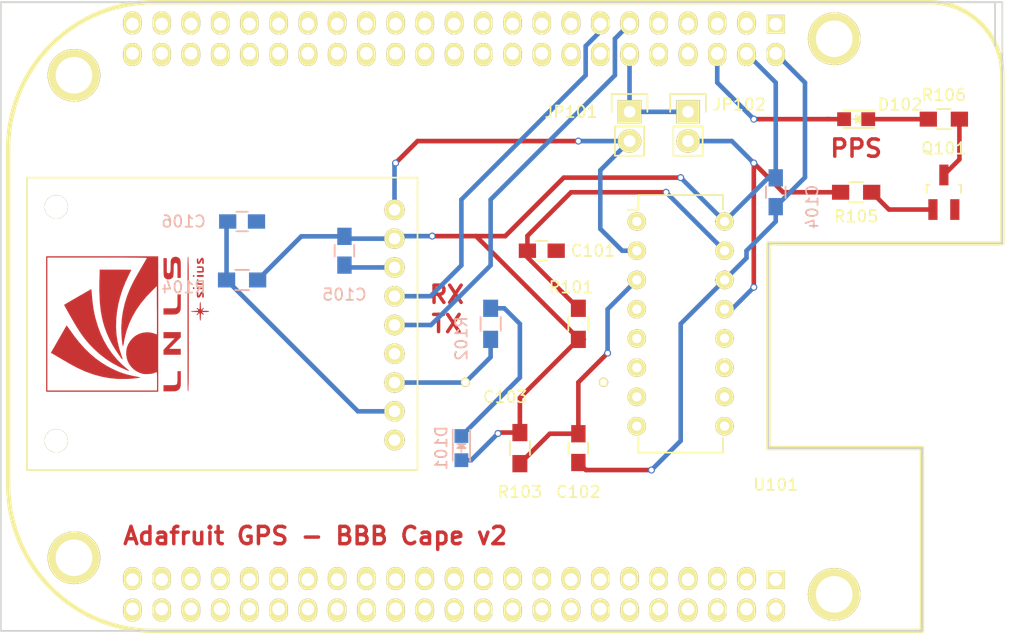
<source format=kicad_pcb>
(kicad_pcb (version 4) (host pcbnew 4.0.2+e4-6225~38~ubuntu15.10.1-stable)

  (general
    (links 40)
    (no_connects 7)
    (area 104.699999 77.394999 191.845001 132.155001)
    (thickness 1.6)
    (drawings 16)
    (tracks 133)
    (zones 0)
    (modules 21)
    (nets 106)
  )

  (page A4)
  (title_block
    (title "GPS BBB Cape")
    (date 2016-07-01)
    (company "CNPEM - LNLS")
    (comment 1 "Grupo de Controle")
    (comment 2 "Gustavo Ciotto Pinton")
    (comment 3 "Ultimate GPS Breakout v3")
    (comment 4 "GPS Cape para BeagleBone Black compatível com o módulo receptor ")
  )

  (layers
    (0 F.Cu signal)
    (31 B.Cu signal)
    (32 B.Adhes user)
    (33 F.Adhes user)
    (34 B.Paste user)
    (35 F.Paste user)
    (36 B.SilkS user)
    (37 F.SilkS user)
    (38 B.Mask user)
    (39 F.Mask user)
    (40 Dwgs.User user)
    (41 Cmts.User user)
    (42 Eco1.User user)
    (43 Eco2.User user)
    (44 Edge.Cuts user)
    (45 Margin user)
    (46 B.CrtYd user)
    (47 F.CrtYd user)
    (48 B.Fab user)
    (49 F.Fab user)
  )

  (setup
    (last_trace_width 0.4)
    (user_trace_width 0.25)
    (user_trace_width 0.3)
    (user_trace_width 0.4)
    (user_trace_width 0.5)
    (trace_clearance 0.25)
    (zone_clearance 0.5)
    (zone_45_only yes)
    (trace_min 0.25)
    (segment_width 0.2)
    (edge_width 0.15)
    (via_size 0.6)
    (via_drill 0.4)
    (via_min_size 0.4)
    (via_min_drill 0.3)
    (uvia_size 0.3)
    (uvia_drill 0.1)
    (uvias_allowed no)
    (uvia_min_size 0.2)
    (uvia_min_drill 0.1)
    (pcb_text_width 0.3)
    (pcb_text_size 1.5 1.5)
    (mod_edge_width 0.15)
    (mod_text_size 1 1)
    (mod_text_width 0.15)
    (pad_size 1.524 1.524)
    (pad_drill 0.762)
    (pad_to_mask_clearance 0.2)
    (aux_axis_origin 0 0)
    (visible_elements FFFFFF7F)
    (pcbplotparams
      (layerselection 0x01000_80000001)
      (usegerberextensions false)
      (excludeedgelayer true)
      (linewidth 0.100000)
      (plotframeref false)
      (viasonmask false)
      (mode 1)
      (useauxorigin false)
      (hpglpennumber 1)
      (hpglpenspeed 20)
      (hpglpendiameter 15)
      (hpglpenoverlay 2)
      (psnegative false)
      (psa4output false)
      (plotreference true)
      (plotvalue true)
      (plotinvisibletext false)
      (padsonsilk false)
      (subtractmaskfromsilk false)
      (outputformat 1)
      (mirror false)
      (drillshape 0)
      (scaleselection 1)
      (outputdirectory gerber/))
  )

  (net 0 "")
  (net 1 GND)
  (net 2 "Net-(Beagle101-PadC5)")
  (net 3 "Net-(Beagle101-PadC7)")
  (net 4 "Net-(Beagle101-PadC8)")
  (net 5 "Net-(Beagle101-PadC9)")
  (net 6 "Net-(Beagle101-PadC10)")
  (net 7 /TX_GPS)
  (net 8 "Net-(Beagle101-PadC12)")
  (net 9 /RX_GPS)
  (net 10 "Net-(Beagle101-PadC14)")
  (net 11 "Net-(Beagle101-PadC15)")
  (net 12 "Net-(Beagle101-PadC16)")
  (net 13 "Net-(Beagle101-PadC17)")
  (net 14 "Net-(Beagle101-PadC18)")
  (net 15 "Net-(Beagle101-PadC19)")
  (net 16 "Net-(Beagle101-PadC20)")
  (net 17 "Net-(Beagle101-PadC21)")
  (net 18 "Net-(Beagle101-PadC22)")
  (net 19 "Net-(Beagle101-PadC23)")
  (net 20 "Net-(Beagle101-PadC24)")
  (net 21 "Net-(Beagle101-PadC25)")
  (net 22 "Net-(Beagle101-PadC26)")
  (net 23 "Net-(Beagle101-PadC27)")
  (net 24 "Net-(Beagle101-PadC28)")
  (net 25 "Net-(Beagle101-PadC29)")
  (net 26 "Net-(Beagle101-PadC30)")
  (net 27 "Net-(Beagle101-PadC31)")
  (net 28 "Net-(Beagle101-PadC32)")
  (net 29 "Net-(Beagle101-PadC33)")
  (net 30 "Net-(Beagle101-PadC34)")
  (net 31 "Net-(Beagle101-PadC35)")
  (net 32 "Net-(Beagle101-PadC36)")
  (net 33 "Net-(Beagle101-PadC37)")
  (net 34 "Net-(Beagle101-PadC38)")
  (net 35 "Net-(Beagle101-PadC39)")
  (net 36 "Net-(Beagle101-PadC40)")
  (net 37 "Net-(Beagle101-PadC41)")
  (net 38 "Net-(Beagle101-PadC42)")
  (net 39 "Net-(Beagle101-PadC43)")
  (net 40 "Net-(Beagle101-PadC45)")
  (net 41 "Net-(Beagle101-PadC46)")
  (net 42 "Net-(C101-Pad1)")
  (net 43 "Net-(C103-Pad1)")
  (net 44 "Net-(D101-Pad1)")
  (net 45 "Net-(J101-Pad1)")
  (net 46 "Net-(J101-Pad4)")
  (net 47 /PPS)
  (net 48 /PPS_ENL)
  (net 49 "Net-(U101-Pad4)")
  (net 50 "Net-(Beagle101-PadC1)")
  (net 51 "Net-(Beagle101-PadC3)")
  (net 52 VCC)
  (net 53 "Net-(Beagle101-PadB2)")
  (net 54 "Net-(Beagle101-PadB3)")
  (net 55 "Net-(Beagle101-PadB4)")
  (net 56 "Net-(Beagle101-PadB5)")
  (net 57 "Net-(Beagle101-PadB6)")
  (net 58 "Net-(Beagle101-PadB7)")
  (net 59 "Net-(Beagle101-PadB8)")
  (net 60 "Net-(Beagle101-PadB9)")
  (net 61 "Net-(Beagle101-PadB10)")
  (net 62 "Net-(Beagle101-PadB11)")
  (net 63 "Net-(Beagle101-PadB12)")
  (net 64 "Net-(Beagle101-PadB13)")
  (net 65 "Net-(Beagle101-PadB14)")
  (net 66 "Net-(Beagle101-PadB15)")
  (net 67 "Net-(Beagle101-PadB16)")
  (net 68 "Net-(Beagle101-PadB17)")
  (net 69 "Net-(Beagle101-PadB18)")
  (net 70 "Net-(Beagle101-PadB19)")
  (net 71 "Net-(Beagle101-PadB20)")
  (net 72 "Net-(Beagle101-PadB21)")
  (net 73 "Net-(Beagle101-PadB22)")
  (net 74 "Net-(Beagle101-PadB23)")
  (net 75 "Net-(Beagle101-PadB24)")
  (net 76 "Net-(Beagle101-PadB25)")
  (net 77 "Net-(Beagle101-PadB26)")
  (net 78 "Net-(Beagle101-PadB27)")
  (net 79 "Net-(Beagle101-PadB28)")
  (net 80 "Net-(Beagle101-PadB29)")
  (net 81 "Net-(Beagle101-PadB30)")
  (net 82 "Net-(Beagle101-PadB31)")
  (net 83 "Net-(Beagle101-PadB32)")
  (net 84 "Net-(Beagle101-PadB33)")
  (net 85 "Net-(Beagle101-PadB34)")
  (net 86 "Net-(Beagle101-PadB35)")
  (net 87 "Net-(Beagle101-PadB36)")
  (net 88 "Net-(Beagle101-PadB37)")
  (net 89 "Net-(Beagle101-PadB38)")
  (net 90 "Net-(Beagle101-PadB39)")
  (net 91 "Net-(Beagle101-PadB40)")
  (net 92 "Net-(Beagle101-PadB41)")
  (net 93 "Net-(Beagle101-PadB42)")
  (net 94 "Net-(Beagle101-PadB43)")
  (net 95 "Net-(Beagle101-PadB44)")
  (net 96 "Net-(Beagle101-PadB45)")
  (net 97 "Net-(Beagle101-PadB46)")
  (net 98 "Net-(C102-Pad2)")
  (net 99 "Net-(C106-Pad2)")
  (net 100 "Net-(Beagle101-PadC44)")
  (net 101 "Net-(Beagle101-PadB1)")
  (net 102 +5V)
  (net 103 "Net-(D102-Pad1)")
  (net 104 "Net-(Q101-Pad1)")
  (net 105 "Net-(Q101-Pad3)")

  (net_class Default "This is the default net class."
    (clearance 0.25)
    (trace_width 0.25)
    (via_dia 0.6)
    (via_drill 0.4)
    (uvia_dia 0.3)
    (uvia_drill 0.1)
    (add_net +5V)
    (add_net /PPS)
    (add_net /PPS_ENL)
    (add_net /RX_GPS)
    (add_net /TX_GPS)
    (add_net GND)
    (add_net "Net-(Beagle101-PadB1)")
    (add_net "Net-(Beagle101-PadB10)")
    (add_net "Net-(Beagle101-PadB11)")
    (add_net "Net-(Beagle101-PadB12)")
    (add_net "Net-(Beagle101-PadB13)")
    (add_net "Net-(Beagle101-PadB14)")
    (add_net "Net-(Beagle101-PadB15)")
    (add_net "Net-(Beagle101-PadB16)")
    (add_net "Net-(Beagle101-PadB17)")
    (add_net "Net-(Beagle101-PadB18)")
    (add_net "Net-(Beagle101-PadB19)")
    (add_net "Net-(Beagle101-PadB2)")
    (add_net "Net-(Beagle101-PadB20)")
    (add_net "Net-(Beagle101-PadB21)")
    (add_net "Net-(Beagle101-PadB22)")
    (add_net "Net-(Beagle101-PadB23)")
    (add_net "Net-(Beagle101-PadB24)")
    (add_net "Net-(Beagle101-PadB25)")
    (add_net "Net-(Beagle101-PadB26)")
    (add_net "Net-(Beagle101-PadB27)")
    (add_net "Net-(Beagle101-PadB28)")
    (add_net "Net-(Beagle101-PadB29)")
    (add_net "Net-(Beagle101-PadB3)")
    (add_net "Net-(Beagle101-PadB30)")
    (add_net "Net-(Beagle101-PadB31)")
    (add_net "Net-(Beagle101-PadB32)")
    (add_net "Net-(Beagle101-PadB33)")
    (add_net "Net-(Beagle101-PadB34)")
    (add_net "Net-(Beagle101-PadB35)")
    (add_net "Net-(Beagle101-PadB36)")
    (add_net "Net-(Beagle101-PadB37)")
    (add_net "Net-(Beagle101-PadB38)")
    (add_net "Net-(Beagle101-PadB39)")
    (add_net "Net-(Beagle101-PadB4)")
    (add_net "Net-(Beagle101-PadB40)")
    (add_net "Net-(Beagle101-PadB41)")
    (add_net "Net-(Beagle101-PadB42)")
    (add_net "Net-(Beagle101-PadB43)")
    (add_net "Net-(Beagle101-PadB44)")
    (add_net "Net-(Beagle101-PadB45)")
    (add_net "Net-(Beagle101-PadB46)")
    (add_net "Net-(Beagle101-PadB5)")
    (add_net "Net-(Beagle101-PadB6)")
    (add_net "Net-(Beagle101-PadB7)")
    (add_net "Net-(Beagle101-PadB8)")
    (add_net "Net-(Beagle101-PadB9)")
    (add_net "Net-(Beagle101-PadC1)")
    (add_net "Net-(Beagle101-PadC10)")
    (add_net "Net-(Beagle101-PadC12)")
    (add_net "Net-(Beagle101-PadC14)")
    (add_net "Net-(Beagle101-PadC15)")
    (add_net "Net-(Beagle101-PadC16)")
    (add_net "Net-(Beagle101-PadC17)")
    (add_net "Net-(Beagle101-PadC18)")
    (add_net "Net-(Beagle101-PadC19)")
    (add_net "Net-(Beagle101-PadC20)")
    (add_net "Net-(Beagle101-PadC21)")
    (add_net "Net-(Beagle101-PadC22)")
    (add_net "Net-(Beagle101-PadC23)")
    (add_net "Net-(Beagle101-PadC24)")
    (add_net "Net-(Beagle101-PadC25)")
    (add_net "Net-(Beagle101-PadC26)")
    (add_net "Net-(Beagle101-PadC27)")
    (add_net "Net-(Beagle101-PadC28)")
    (add_net "Net-(Beagle101-PadC29)")
    (add_net "Net-(Beagle101-PadC3)")
    (add_net "Net-(Beagle101-PadC30)")
    (add_net "Net-(Beagle101-PadC31)")
    (add_net "Net-(Beagle101-PadC32)")
    (add_net "Net-(Beagle101-PadC33)")
    (add_net "Net-(Beagle101-PadC34)")
    (add_net "Net-(Beagle101-PadC35)")
    (add_net "Net-(Beagle101-PadC36)")
    (add_net "Net-(Beagle101-PadC37)")
    (add_net "Net-(Beagle101-PadC38)")
    (add_net "Net-(Beagle101-PadC39)")
    (add_net "Net-(Beagle101-PadC40)")
    (add_net "Net-(Beagle101-PadC41)")
    (add_net "Net-(Beagle101-PadC42)")
    (add_net "Net-(Beagle101-PadC43)")
    (add_net "Net-(Beagle101-PadC44)")
    (add_net "Net-(Beagle101-PadC45)")
    (add_net "Net-(Beagle101-PadC46)")
    (add_net "Net-(Beagle101-PadC5)")
    (add_net "Net-(Beagle101-PadC7)")
    (add_net "Net-(Beagle101-PadC8)")
    (add_net "Net-(Beagle101-PadC9)")
    (add_net "Net-(C101-Pad1)")
    (add_net "Net-(C102-Pad2)")
    (add_net "Net-(C103-Pad1)")
    (add_net "Net-(C106-Pad2)")
    (add_net "Net-(D101-Pad1)")
    (add_net "Net-(D102-Pad1)")
    (add_net "Net-(J101-Pad1)")
    (add_net "Net-(J101-Pad4)")
    (add_net "Net-(Q101-Pad1)")
    (add_net "Net-(Q101-Pad3)")
    (add_net "Net-(U101-Pad4)")
    (add_net VCC)
  )

  (module Controle:BEAGLEBONEBLACK (layer F.Cu) (tedit 578CBCB4) (tstamp 578CEBA9)
    (at 148.59 104.775)
    (tags "beaglebone black")
    (path /5775593F)
    (fp_text reference Beagle101 (at 0 1.778) (layer F.SilkS) hide
      (effects (font (thickness 0.3048)))
    )
    (fp_text value BeagleBone (at 0 -1.143) (layer F.SilkS) hide
      (effects (font (thickness 0.3048)))
    )
    (fp_line (start 36.195 11.811) (end 36.195 11.43) (layer F.SilkS) (width 0.381))
    (fp_line (start 36.195 11.43) (end 22.86 11.43) (layer F.SilkS) (width 0.381))
    (fp_line (start 22.86 11.43) (end 22.86 -6.35) (layer F.SilkS) (width 0.381))
    (fp_line (start 22.86 -6.35) (end 43.18 -6.35) (layer F.SilkS) (width 0.381))
    (fp_line (start 43.18 -6.35) (end 43.18 -6.731) (layer F.SilkS) (width 0.381))
    (fp_line (start -30.48 27.305) (end 36.195 27.305) (layer F.SilkS) (width 0.381))
    (fp_line (start 36.195 27.305) (end 36.195 11.811) (layer F.SilkS) (width 0.381))
    (fp_line (start 43.18 -6.731) (end 43.18 -19.685) (layer F.SilkS) (width 0.381))
    (fp_line (start 43.18 -20.955) (end 43.18 -19.685) (layer F.SilkS) (width 0.381))
    (fp_line (start -30.48 -27.305) (end 36.83 -27.305) (layer F.SilkS) (width 0.381))
    (fp_line (start -43.18 -14.605) (end -43.18 14.605) (layer F.SilkS) (width 0.381))
    (fp_arc (start -30.48 -14.605) (end -43.18 -14.605) (angle 90) (layer F.SilkS) (width 0.381))
    (fp_arc (start -30.48 14.605) (end -30.48 27.305) (angle 90) (layer F.SilkS) (width 0.381))
    (fp_arc (start 36.83 -20.955) (end 36.83 -27.305) (angle 90) (layer F.SilkS) (width 0.381))
    (pad M1 thru_hole circle (at -37.465 -20.955) (size 4.572 4.572) (drill 3.175) (layers *.Cu *.Mask F.SilkS))
    (pad M2 thru_hole circle (at 28.575 -24.13) (size 4.572 4.572) (drill 3.175) (layers *.Cu *.Mask F.SilkS))
    (pad M3 thru_hole circle (at 28.575 24.13) (size 4.572 4.572) (drill 3.175) (layers *.Cu *.Mask F.SilkS))
    (pad M4 thru_hole circle (at -37.465 20.955) (size 4.572 4.572) (drill 3.175) (layers *.Cu *.Mask F.SilkS))
    (pad C1 thru_hole rect (at 23.495 -25.4) (size 1.6 1.6) (drill 1.1) (layers *.Cu *.Mask F.SilkS)
      (net 50 "Net-(Beagle101-PadC1)"))
    (pad C2 thru_hole oval (at 23.495 -22.86) (size 1.6 2) (drill 1.1 (offset 0 0.1)) (layers *.Cu *.Mask F.SilkS)
      (net 1 GND))
    (pad C3 thru_hole oval (at 20.955 -25.4) (size 1.6 2) (drill 1.1 (offset 0 -0.1)) (layers *.Cu *.Mask F.SilkS)
      (net 51 "Net-(Beagle101-PadC3)"))
    (pad C4 thru_hole oval (at 20.955 -22.86) (size 1.6 2) (drill 1.1 (offset 0 0.1)) (layers *.Cu *.Mask F.SilkS)
      (net 52 VCC))
    (pad C5 thru_hole oval (at 18.415 -25.4) (size 1.6 2) (drill 1.1 (offset 0 -0.1)) (layers *.Cu *.Mask F.SilkS)
      (net 2 "Net-(Beagle101-PadC5)"))
    (pad C6 thru_hole oval (at 18.415 -22.86) (size 1.6 2) (drill 1.1 (offset 0 0.1)) (layers *.Cu *.Mask F.SilkS)
      (net 102 +5V))
    (pad C7 thru_hole oval (at 15.875 -25.4) (size 1.6 2) (drill 1.1 (offset 0 -0.1)) (layers *.Cu *.Mask F.SilkS)
      (net 3 "Net-(Beagle101-PadC7)"))
    (pad C8 thru_hole oval (at 15.875 -22.86) (size 1.6 2) (drill 1.1 (offset 0 0.1)) (layers *.Cu *.Mask F.SilkS)
      (net 4 "Net-(Beagle101-PadC8)"))
    (pad C9 thru_hole oval (at 13.335 -25.4) (size 1.6 2) (drill 1.1 (offset 0 -0.1)) (layers *.Cu *.Mask F.SilkS)
      (net 5 "Net-(Beagle101-PadC9)"))
    (pad C10 thru_hole oval (at 13.335 -22.86) (size 1.6 2) (drill 1.1 (offset 0 0.1)) (layers *.Cu *.Mask F.SilkS)
      (net 6 "Net-(Beagle101-PadC10)"))
    (pad C11 thru_hole oval (at 10.795 -25.4) (size 1.6 2) (drill 1.1 (offset 0 -0.1)) (layers *.Cu *.Mask F.SilkS)
      (net 7 /TX_GPS))
    (pad C12 thru_hole oval (at 10.795 -22.86) (size 1.6 2) (drill 1.1 (offset 0 0.1)) (layers *.Cu *.Mask F.SilkS)
      (net 8 "Net-(Beagle101-PadC12)"))
    (pad C13 thru_hole oval (at 8.255 -25.4) (size 1.6 2) (drill 1.1 (offset 0 -0.1)) (layers *.Cu *.Mask F.SilkS)
      (net 9 /RX_GPS))
    (pad C14 thru_hole oval (at 8.255 -22.86) (size 1.6 2) (drill 1.1 (offset 0 0.1)) (layers *.Cu *.Mask F.SilkS)
      (net 10 "Net-(Beagle101-PadC14)"))
    (pad C15 thru_hole oval (at 5.715 -25.4) (size 1.6 2) (drill 1.1 (offset 0 -0.1)) (layers *.Cu *.Mask F.SilkS)
      (net 11 "Net-(Beagle101-PadC15)"))
    (pad C16 thru_hole oval (at 5.715 -22.86) (size 1.6 2) (drill 1.1 (offset 0 0.1)) (layers *.Cu *.Mask F.SilkS)
      (net 12 "Net-(Beagle101-PadC16)"))
    (pad C17 thru_hole oval (at 3.175 -25.4) (size 1.6 2) (drill 1.1 (offset 0 -0.1)) (layers *.Cu *.Mask F.SilkS)
      (net 13 "Net-(Beagle101-PadC17)"))
    (pad C18 thru_hole oval (at 3.175 -22.86) (size 1.6 2) (drill 1.1 (offset 0 0.1)) (layers *.Cu *.Mask F.SilkS)
      (net 14 "Net-(Beagle101-PadC18)"))
    (pad C19 thru_hole oval (at 0.635 -25.4) (size 1.6 2) (drill 1.1 (offset 0 -0.1)) (layers *.Cu *.Mask F.SilkS)
      (net 15 "Net-(Beagle101-PadC19)"))
    (pad C20 thru_hole oval (at 0.635 -22.86) (size 1.6 2) (drill 1.1 (offset 0 0.1)) (layers *.Cu *.Mask F.SilkS)
      (net 16 "Net-(Beagle101-PadC20)"))
    (pad C21 thru_hole oval (at -1.905 -25.4) (size 1.6 2) (drill 1.1 (offset 0 -0.1)) (layers *.Cu *.Mask F.SilkS)
      (net 17 "Net-(Beagle101-PadC21)"))
    (pad C22 thru_hole oval (at -1.905 -22.86) (size 1.6 2) (drill 1.1 (offset 0 0.1)) (layers *.Cu *.Mask F.SilkS)
      (net 18 "Net-(Beagle101-PadC22)"))
    (pad C23 thru_hole oval (at -4.445 -25.4) (size 1.6 2) (drill 1.1 (offset 0 -0.1)) (layers *.Cu *.Mask F.SilkS)
      (net 19 "Net-(Beagle101-PadC23)"))
    (pad C24 thru_hole oval (at -4.445 -22.86) (size 1.6 2) (drill 1.1 (offset 0 0.1)) (layers *.Cu *.Mask F.SilkS)
      (net 20 "Net-(Beagle101-PadC24)"))
    (pad C25 thru_hole oval (at -6.985 -25.4) (size 1.6 2) (drill 1.1 (offset 0 -0.1)) (layers *.Cu *.Mask F.SilkS)
      (net 21 "Net-(Beagle101-PadC25)"))
    (pad C26 thru_hole oval (at -6.985 -22.86) (size 1.6 2) (drill 1.1 (offset 0 0.1)) (layers *.Cu *.Mask F.SilkS)
      (net 22 "Net-(Beagle101-PadC26)"))
    (pad C27 thru_hole oval (at -9.525 -25.4) (size 1.6 2) (drill 1.1 (offset 0 -0.1)) (layers *.Cu *.Mask F.SilkS)
      (net 23 "Net-(Beagle101-PadC27)"))
    (pad C28 thru_hole oval (at -9.525 -22.86) (size 1.6 2) (drill 1.1 (offset 0 0.1)) (layers *.Cu *.Mask F.SilkS)
      (net 24 "Net-(Beagle101-PadC28)"))
    (pad C29 thru_hole oval (at -12.065 -25.4) (size 1.6 2) (drill 1.1 (offset 0 -0.1)) (layers *.Cu *.Mask F.SilkS)
      (net 25 "Net-(Beagle101-PadC29)"))
    (pad C30 thru_hole oval (at -12.065 -22.86) (size 1.6 2) (drill 1.1 (offset 0 0.1)) (layers *.Cu *.Mask F.SilkS)
      (net 26 "Net-(Beagle101-PadC30)"))
    (pad C31 thru_hole oval (at -14.605 -25.4) (size 1.6 2) (drill 1.1 (offset 0 -0.1)) (layers *.Cu *.Mask F.SilkS)
      (net 27 "Net-(Beagle101-PadC31)"))
    (pad C32 thru_hole oval (at -14.605 -22.86) (size 1.6 2) (drill 1.1 (offset 0 0.1)) (layers *.Cu *.Mask F.SilkS)
      (net 28 "Net-(Beagle101-PadC32)"))
    (pad C33 thru_hole oval (at -17.145 -25.4) (size 1.6 2) (drill 1.1 (offset 0 -0.1)) (layers *.Cu *.Mask F.SilkS)
      (net 29 "Net-(Beagle101-PadC33)"))
    (pad C34 thru_hole oval (at -17.145 -22.86) (size 1.6 2) (drill 1.1 (offset 0 0.1)) (layers *.Cu *.Mask F.SilkS)
      (net 30 "Net-(Beagle101-PadC34)"))
    (pad C35 thru_hole oval (at -19.685 -25.4) (size 1.6 2) (drill 1.1 (offset 0 -0.1)) (layers *.Cu *.Mask F.SilkS)
      (net 31 "Net-(Beagle101-PadC35)"))
    (pad C36 thru_hole oval (at -19.685 -22.86) (size 1.6 2) (drill 1.1 (offset 0 0.1)) (layers *.Cu *.Mask F.SilkS)
      (net 32 "Net-(Beagle101-PadC36)"))
    (pad C37 thru_hole oval (at -22.225 -25.4) (size 1.6 2) (drill 1.1 (offset 0 -0.1)) (layers *.Cu *.Mask F.SilkS)
      (net 33 "Net-(Beagle101-PadC37)"))
    (pad C38 thru_hole oval (at -22.225 -22.86) (size 1.6 2) (drill 1.1 (offset 0 0.1)) (layers *.Cu *.Mask F.SilkS)
      (net 34 "Net-(Beagle101-PadC38)"))
    (pad C39 thru_hole oval (at -24.765 -25.4) (size 1.6 2) (drill 1.1 (offset 0 -0.1)) (layers *.Cu *.Mask F.SilkS)
      (net 35 "Net-(Beagle101-PadC39)"))
    (pad C40 thru_hole oval (at -24.765 -22.86) (size 1.6 2) (drill 1.1 (offset 0 0.1)) (layers *.Cu *.Mask F.SilkS)
      (net 36 "Net-(Beagle101-PadC40)"))
    (pad C41 thru_hole oval (at -27.305 -25.4) (size 1.6 2) (drill 1.1 (offset 0 -0.1)) (layers *.Cu *.Mask F.SilkS)
      (net 37 "Net-(Beagle101-PadC41)"))
    (pad C42 thru_hole oval (at -27.305 -22.86) (size 1.6 2) (drill 1.1 (offset 0 0.1)) (layers *.Cu *.Mask F.SilkS)
      (net 38 "Net-(Beagle101-PadC42)"))
    (pad C43 thru_hole oval (at -29.845 -25.4) (size 1.6 2) (drill 1.1 (offset 0 -0.1)) (layers *.Cu *.Mask F.SilkS)
      (net 39 "Net-(Beagle101-PadC43)"))
    (pad C44 thru_hole oval (at -29.845 -22.86) (size 1.6 2) (drill 1.1 (offset 0 0.1)) (layers *.Cu *.Mask F.SilkS)
      (net 100 "Net-(Beagle101-PadC44)"))
    (pad C45 thru_hole oval (at -32.385 -25.4) (size 1.6 2) (drill 1.1 (offset 0 -0.1)) (layers *.Cu *.Mask F.SilkS)
      (net 40 "Net-(Beagle101-PadC45)"))
    (pad C46 thru_hole oval (at -32.385 -22.86) (size 1.6 2) (drill 1.1 (offset 0 0.1)) (layers *.Cu *.Mask F.SilkS)
      (net 41 "Net-(Beagle101-PadC46)"))
    (pad B1 thru_hole rect (at 23.495 22.86) (size 1.6 1.6) (drill 1.1) (layers *.Cu *.Mask F.SilkS)
      (net 101 "Net-(Beagle101-PadB1)"))
    (pad B2 thru_hole oval (at 23.495 25.4) (size 1.6 2) (drill 1.1 (offset 0 0.1)) (layers *.Cu *.Mask F.SilkS)
      (net 53 "Net-(Beagle101-PadB2)"))
    (pad B3 thru_hole oval (at 20.955 22.86) (size 1.6 2) (drill 1.1 (offset 0 -0.1)) (layers *.Cu *.Mask F.SilkS)
      (net 54 "Net-(Beagle101-PadB3)"))
    (pad B4 thru_hole oval (at 20.955 25.4) (size 1.6 2) (drill 1.1 (offset 0 0.1)) (layers *.Cu *.Mask F.SilkS)
      (net 55 "Net-(Beagle101-PadB4)"))
    (pad B5 thru_hole oval (at 18.415 22.86) (size 1.6 2) (drill 1.1 (offset 0 -0.1)) (layers *.Cu *.Mask F.SilkS)
      (net 56 "Net-(Beagle101-PadB5)"))
    (pad B6 thru_hole oval (at 18.415 25.4) (size 1.6 2) (drill 1.1 (offset 0 0.1)) (layers *.Cu *.Mask F.SilkS)
      (net 57 "Net-(Beagle101-PadB6)"))
    (pad B7 thru_hole oval (at 15.875 22.86) (size 1.6 2) (drill 1.1 (offset 0 -0.1)) (layers *.Cu *.Mask F.SilkS)
      (net 58 "Net-(Beagle101-PadB7)"))
    (pad B8 thru_hole oval (at 15.875 25.4) (size 1.6 2) (drill 1.1 (offset 0 0.1)) (layers *.Cu *.Mask F.SilkS)
      (net 59 "Net-(Beagle101-PadB8)"))
    (pad B9 thru_hole oval (at 13.335 22.86) (size 1.6 2) (drill 1.1 (offset 0 -0.1)) (layers *.Cu *.Mask F.SilkS)
      (net 60 "Net-(Beagle101-PadB9)"))
    (pad B10 thru_hole oval (at 13.335 25.4) (size 1.6 2) (drill 1.1 (offset 0 0.1)) (layers *.Cu *.Mask F.SilkS)
      (net 61 "Net-(Beagle101-PadB10)"))
    (pad B11 thru_hole oval (at 10.795 22.86) (size 1.6 2) (drill 1.1 (offset 0 -0.1)) (layers *.Cu *.Mask F.SilkS)
      (net 62 "Net-(Beagle101-PadB11)"))
    (pad B12 thru_hole oval (at 10.795 25.4) (size 1.6 2) (drill 1.1 (offset 0 0.1)) (layers *.Cu *.Mask F.SilkS)
      (net 63 "Net-(Beagle101-PadB12)"))
    (pad B13 thru_hole oval (at 8.255 22.86) (size 1.6 2) (drill 1.1 (offset 0 -0.1)) (layers *.Cu *.Mask F.SilkS)
      (net 64 "Net-(Beagle101-PadB13)"))
    (pad B14 thru_hole oval (at 8.255 25.4) (size 1.6 2) (drill 1.1 (offset 0 0.1)) (layers *.Cu *.Mask F.SilkS)
      (net 65 "Net-(Beagle101-PadB14)"))
    (pad B15 thru_hole oval (at 5.715 22.86) (size 1.6 2) (drill 1.1 (offset 0 -0.1)) (layers *.Cu *.Mask F.SilkS)
      (net 66 "Net-(Beagle101-PadB15)"))
    (pad B16 thru_hole oval (at 5.715 25.4) (size 1.6 2) (drill 1.1 (offset 0 0.1)) (layers *.Cu *.Mask F.SilkS)
      (net 67 "Net-(Beagle101-PadB16)"))
    (pad B17 thru_hole oval (at 3.175 22.86) (size 1.6 2) (drill 1.1 (offset 0 -0.1)) (layers *.Cu *.Mask F.SilkS)
      (net 68 "Net-(Beagle101-PadB17)"))
    (pad B18 thru_hole oval (at 3.175 25.4) (size 1.6 2) (drill 1.1 (offset 0 0.1)) (layers *.Cu *.Mask F.SilkS)
      (net 69 "Net-(Beagle101-PadB18)"))
    (pad B19 thru_hole oval (at 0.635 22.86) (size 1.6 2) (drill 1.1 (offset 0 -0.1)) (layers *.Cu *.Mask F.SilkS)
      (net 70 "Net-(Beagle101-PadB19)"))
    (pad B20 thru_hole oval (at 0.635 25.4) (size 1.6 2) (drill 1.1 (offset 0 0.1)) (layers *.Cu *.Mask F.SilkS)
      (net 71 "Net-(Beagle101-PadB20)"))
    (pad B21 thru_hole oval (at -1.905 22.86) (size 1.6 2) (drill 1.1 (offset 0 -0.1)) (layers *.Cu *.Mask F.SilkS)
      (net 72 "Net-(Beagle101-PadB21)"))
    (pad B22 thru_hole oval (at -1.905 25.4) (size 1.6 2) (drill 1.1 (offset 0 0.1)) (layers *.Cu *.Mask F.SilkS)
      (net 73 "Net-(Beagle101-PadB22)"))
    (pad B23 thru_hole oval (at -4.445 22.86) (size 1.6 2) (drill 1.1 (offset 0 -0.1)) (layers *.Cu *.Mask F.SilkS)
      (net 74 "Net-(Beagle101-PadB23)"))
    (pad B24 thru_hole oval (at -4.445 25.4) (size 1.6 2) (drill 1.1 (offset 0 0.1)) (layers *.Cu *.Mask F.SilkS)
      (net 75 "Net-(Beagle101-PadB24)"))
    (pad B25 thru_hole oval (at -6.985 22.86) (size 1.6 2) (drill 1.1 (offset 0 -0.1)) (layers *.Cu *.Mask F.SilkS)
      (net 76 "Net-(Beagle101-PadB25)"))
    (pad B26 thru_hole oval (at -6.985 25.4) (size 1.6 2) (drill 1.1 (offset 0 0.1)) (layers *.Cu *.Mask F.SilkS)
      (net 77 "Net-(Beagle101-PadB26)"))
    (pad B27 thru_hole oval (at -9.525 22.86) (size 1.6 2) (drill 1.1 (offset 0 -0.1)) (layers *.Cu *.Mask F.SilkS)
      (net 78 "Net-(Beagle101-PadB27)"))
    (pad B28 thru_hole oval (at -9.525 25.4) (size 1.6 2) (drill 1.1 (offset 0 0.1)) (layers *.Cu *.Mask F.SilkS)
      (net 79 "Net-(Beagle101-PadB28)"))
    (pad B29 thru_hole oval (at -12.065 22.86) (size 1.6 2) (drill 1.1 (offset 0 -0.1)) (layers *.Cu *.Mask F.SilkS)
      (net 80 "Net-(Beagle101-PadB29)"))
    (pad B30 thru_hole oval (at -12.065 25.4) (size 1.6 2) (drill 1.1 (offset 0 0.1)) (layers *.Cu *.Mask F.SilkS)
      (net 81 "Net-(Beagle101-PadB30)"))
    (pad B31 thru_hole oval (at -14.605 22.86) (size 1.6 2) (drill 1.1 (offset 0 -0.1)) (layers *.Cu *.Mask F.SilkS)
      (net 82 "Net-(Beagle101-PadB31)"))
    (pad B32 thru_hole oval (at -14.605 25.4) (size 1.6 2) (drill 1.1 (offset 0 0.1)) (layers *.Cu *.Mask F.SilkS)
      (net 83 "Net-(Beagle101-PadB32)"))
    (pad B33 thru_hole oval (at -17.145 22.86) (size 1.6 2) (drill 1.1 (offset 0 -0.1)) (layers *.Cu *.Mask F.SilkS)
      (net 84 "Net-(Beagle101-PadB33)"))
    (pad B34 thru_hole oval (at -17.145 25.4) (size 1.6 2) (drill 1.1 (offset 0 0.1)) (layers *.Cu *.Mask F.SilkS)
      (net 85 "Net-(Beagle101-PadB34)"))
    (pad B35 thru_hole oval (at -19.685 22.86) (size 1.6 2) (drill 1.1 (offset 0 -0.1)) (layers *.Cu *.Mask F.SilkS)
      (net 86 "Net-(Beagle101-PadB35)"))
    (pad B36 thru_hole oval (at -19.685 25.4) (size 1.6 2) (drill 1.1 (offset 0 0.1)) (layers *.Cu *.Mask F.SilkS)
      (net 87 "Net-(Beagle101-PadB36)"))
    (pad B37 thru_hole oval (at -22.225 22.86) (size 1.6 2) (drill 1.1 (offset 0 -0.1)) (layers *.Cu *.Mask F.SilkS)
      (net 88 "Net-(Beagle101-PadB37)"))
    (pad B38 thru_hole oval (at -22.225 25.4) (size 1.6 2) (drill 1.1 (offset 0 0.1)) (layers *.Cu *.Mask F.SilkS)
      (net 89 "Net-(Beagle101-PadB38)"))
    (pad B39 thru_hole oval (at -24.765 22.86) (size 1.6 2) (drill 1.1 (offset 0 -0.1)) (layers *.Cu *.Mask F.SilkS)
      (net 90 "Net-(Beagle101-PadB39)"))
    (pad B40 thru_hole oval (at -24.765 25.4) (size 1.6 2) (drill 1.1 (offset 0 0.1)) (layers *.Cu *.Mask F.SilkS)
      (net 91 "Net-(Beagle101-PadB40)"))
    (pad B41 thru_hole oval (at -27.305 22.86) (size 1.6 2) (drill 1.1 (offset 0 -0.1)) (layers *.Cu *.Mask F.SilkS)
      (net 92 "Net-(Beagle101-PadB41)"))
    (pad B42 thru_hole oval (at -27.305 25.4) (size 1.6 2) (drill 1.1 (offset 0 0.1)) (layers *.Cu *.Mask F.SilkS)
      (net 93 "Net-(Beagle101-PadB42)"))
    (pad B43 thru_hole oval (at -29.845 22.86) (size 1.6 2) (drill 1.1 (offset 0 -0.1)) (layers *.Cu *.Mask F.SilkS)
      (net 94 "Net-(Beagle101-PadB43)"))
    (pad B44 thru_hole oval (at -29.845 25.4) (size 1.6 2) (drill 1.1 (offset 0 0.1)) (layers *.Cu *.Mask F.SilkS)
      (net 95 "Net-(Beagle101-PadB44)"))
    (pad B45 thru_hole oval (at -32.385 22.86) (size 1.6 2) (drill 1.1 (offset 0 -0.1)) (layers *.Cu *.Mask F.SilkS)
      (net 96 "Net-(Beagle101-PadB45)"))
    (pad B46 thru_hole oval (at -32.385 25.4) (size 1.6 2) (drill 1.1 (offset 0 0.1)) (layers *.Cu *.Mask F.SilkS)
      (net 97 "Net-(Beagle101-PadB46)"))
  )

  (module Controle:Adafruit_Ultimate_GPS_Breakout (layer F.Cu) (tedit 578D1D24) (tstamp 5776A603)
    (at 140.97 118.11 90)
    (path /57753A05)
    (fp_text reference J101 (at 12 3.75 90) (layer F.SilkS) hide
      (effects (font (size 1 1) (thickness 0.15)))
    )
    (fp_text value Adafruit_ultimate_GPS_breakout (at 1.905 -15.24 180) (layer F.Fab)
      (effects (font (size 1 1) (thickness 0.15)))
    )
    (fp_line (start 25.4 0) (end 25.4 -33.925) (layer F.SilkS) (width 0.15))
    (fp_line (start 0 0) (end 25.4 0) (layer F.SilkS) (width 0.15))
    (fp_line (start 0 0) (end 0 -33.925) (layer F.SilkS) (width 0.15))
    (fp_line (start 0 -33.925) (end 25.4 -33.925) (layer F.SilkS) (width 0.15))
    (pad 11 thru_hole circle (at 2.54 -31.385 90) (size 2.032 2.032) (drill 2) (layers *.Cu *.Mask F.SilkS))
    (pad 12 thru_hole circle (at 22.86 -31.385 90) (size 2.032 2.032) (drill 2) (layers *.Cu *.Mask F.SilkS))
    (pad 1 thru_hole circle (at 2.6 -2 90) (size 1.778 1.778) (drill 1) (layers *.Cu *.Mask F.SilkS)
      (net 45 "Net-(J101-Pad1)"))
    (pad 2 thru_hole circle (at 5.1 -2 90) (size 1.778 1.778) (drill 1) (layers *.Cu *.Mask F.SilkS)
      (net 99 "Net-(C106-Pad2)"))
    (pad 3 thru_hole circle (at 7.6 -2 90) (size 1.778 1.778) (drill 1) (layers *.Cu *.Mask F.SilkS)
      (net 43 "Net-(C103-Pad1)"))
    (pad 4 thru_hole circle (at 10.1 -2 90) (size 1.778 1.778) (drill 1) (layers *.Cu *.Mask F.SilkS)
      (net 46 "Net-(J101-Pad4)"))
    (pad 5 thru_hole circle (at 12.6 -2 90) (size 1.778 1.778) (drill 1) (layers *.Cu *.Mask F.SilkS)
      (net 7 /TX_GPS))
    (pad 6 thru_hole circle (at 15.1 -2 90) (size 1.778 1.778) (drill 1) (layers *.Cu *.Mask F.SilkS)
      (net 9 /RX_GPS))
    (pad 7 thru_hole circle (at 17.6 -2 90) (size 1.778 1.778) (drill 1) (layers *.Cu *.Mask F.SilkS)
      (net 1 GND))
    (pad 8 thru_hole circle (at 20.1 -2 90) (size 1.778 1.778) (drill 1) (layers *.Cu *.Mask F.SilkS)
      (net 52 VCC))
    (pad 9 thru_hole circle (at 22.6 -2 90) (size 1.778 1.778) (drill 1) (layers *.Cu *.Mask F.SilkS)
      (net 47 /PPS))
  )

  (module Housings_DIP:DIP-16_W7.62mm (layer F.Cu) (tedit 578D216A) (tstamp 5776A62F)
    (at 160.02 96.52)
    (descr "16-lead dip package, row spacing 7.62 mm (300 mils)")
    (tags "dil dip 2.54 300")
    (path /57752C41)
    (fp_text reference U101 (at 12.065 22.86) (layer F.SilkS)
      (effects (font (size 1 1) (thickness 0.15)))
    )
    (fp_text value 74LS123 (at 6.35 21.59) (layer F.Fab)
      (effects (font (size 1 1) (thickness 0.15)))
    )
    (fp_line (start -1.05 -2.45) (end -1.05 20.25) (layer F.CrtYd) (width 0.05))
    (fp_line (start 8.65 -2.45) (end 8.65 20.25) (layer F.CrtYd) (width 0.05))
    (fp_line (start -1.05 -2.45) (end 8.65 -2.45) (layer F.CrtYd) (width 0.05))
    (fp_line (start -1.05 20.25) (end 8.65 20.25) (layer F.CrtYd) (width 0.05))
    (fp_line (start 0.135 -2.295) (end 0.135 -1.025) (layer F.SilkS) (width 0.15))
    (fp_line (start 7.485 -2.295) (end 7.485 -1.025) (layer F.SilkS) (width 0.15))
    (fp_line (start 7.485 20.075) (end 7.485 18.805) (layer F.SilkS) (width 0.15))
    (fp_line (start 0.135 20.075) (end 0.135 18.805) (layer F.SilkS) (width 0.15))
    (fp_line (start 0.135 -2.295) (end 7.485 -2.295) (layer F.SilkS) (width 0.15))
    (fp_line (start 0.135 20.075) (end 7.485 20.075) (layer F.SilkS) (width 0.15))
    (fp_line (start 0.135 -1.025) (end -0.8 -1.025) (layer F.SilkS) (width 0.15))
    (pad 1 thru_hole oval (at 0 0) (size 1.6 1.6) (drill 0.8) (layers *.Cu *.Mask F.SilkS)
      (net 1 GND))
    (pad 2 thru_hole oval (at 0 2.54) (size 1.6 1.6) (drill 0.8) (layers *.Cu *.Mask F.SilkS)
      (net 47 /PPS))
    (pad 3 thru_hole oval (at 0 5.08) (size 1.6 1.6) (drill 0.8) (layers *.Cu *.Mask F.SilkS)
      (net 98 "Net-(C102-Pad2)"))
    (pad 4 thru_hole oval (at 0 7.62) (size 1.6 1.6) (drill 0.8) (layers *.Cu *.Mask F.SilkS)
      (net 49 "Net-(U101-Pad4)"))
    (pad 5 thru_hole oval (at 0 10.16) (size 1.6 1.6) (drill 0.8) (layers *.Cu *.Mask F.SilkS))
    (pad 6 thru_hole oval (at 0 12.7) (size 1.6 1.6) (drill 0.8) (layers *.Cu *.Mask F.SilkS))
    (pad 7 thru_hole oval (at 0 15.24) (size 1.6 1.6) (drill 0.8) (layers *.Cu *.Mask F.SilkS))
    (pad 8 thru_hole oval (at 0 17.78) (size 1.6 1.6) (drill 0.8) (layers *.Cu *.Mask F.SilkS)
      (net 1 GND))
    (pad 9 thru_hole oval (at 7.62 17.78) (size 1.6 1.6) (drill 0.8) (layers *.Cu *.Mask F.SilkS))
    (pad 10 thru_hole oval (at 7.62 15.24) (size 1.6 1.6) (drill 0.8) (layers *.Cu *.Mask F.SilkS))
    (pad 11 thru_hole oval (at 7.62 12.7) (size 1.6 1.6) (drill 0.8) (layers *.Cu *.Mask F.SilkS))
    (pad 12 thru_hole oval (at 7.62 10.16) (size 1.6 1.6) (drill 0.8) (layers *.Cu *.Mask F.SilkS))
    (pad 13 thru_hole oval (at 7.62 7.62) (size 1.6 1.6) (drill 0.8) (layers *.Cu *.Mask F.SilkS)
      (net 48 /PPS_ENL))
    (pad 14 thru_hole oval (at 7.62 5.08) (size 1.6 1.6) (drill 0.8) (layers *.Cu *.Mask F.SilkS)
      (net 1 GND))
    (pad 15 thru_hole oval (at 7.62 2.54) (size 1.6 1.6) (drill 0.8) (layers *.Cu *.Mask F.SilkS)
      (net 42 "Net-(C101-Pad1)"))
    (pad 16 thru_hole oval (at 7.62 0) (size 1.6 1.6) (drill 0.8) (layers *.Cu *.Mask F.SilkS)
      (net 52 VCC))
    (model Housings_DIP.3dshapes/DIP-16_W7.62mm.wrl
      (at (xyz 0 0 0))
      (scale (xyz 1 1 1))
      (rotate (xyz 0 0 0))
    )
  )

  (module Pin_Headers:Pin_Header_Straight_1x02 (layer F.Cu) (tedit 578D20A4) (tstamp 5776A60F)
    (at 164.465 86.995)
    (descr "Through hole pin header")
    (tags "pin header")
    (path /57758151)
    (fp_text reference JP102 (at 4.445 -0.635) (layer F.SilkS)
      (effects (font (size 1 1) (thickness 0.15)))
    )
    (fp_text value Jumper_NC_Small (at 8.89 -2.54) (layer F.Fab)
      (effects (font (size 1 1) (thickness 0.15)))
    )
    (fp_line (start 1.27 1.27) (end 1.27 3.81) (layer F.SilkS) (width 0.15))
    (fp_line (start 1.55 -1.55) (end 1.55 0) (layer F.SilkS) (width 0.15))
    (fp_line (start -1.75 -1.75) (end -1.75 4.3) (layer F.CrtYd) (width 0.05))
    (fp_line (start 1.75 -1.75) (end 1.75 4.3) (layer F.CrtYd) (width 0.05))
    (fp_line (start -1.75 -1.75) (end 1.75 -1.75) (layer F.CrtYd) (width 0.05))
    (fp_line (start -1.75 4.3) (end 1.75 4.3) (layer F.CrtYd) (width 0.05))
    (fp_line (start 1.27 1.27) (end -1.27 1.27) (layer F.SilkS) (width 0.15))
    (fp_line (start -1.55 0) (end -1.55 -1.55) (layer F.SilkS) (width 0.15))
    (fp_line (start -1.55 -1.55) (end 1.55 -1.55) (layer F.SilkS) (width 0.15))
    (fp_line (start -1.27 1.27) (end -1.27 3.81) (layer F.SilkS) (width 0.15))
    (fp_line (start -1.27 3.81) (end 1.27 3.81) (layer F.SilkS) (width 0.15))
    (pad 1 thru_hole rect (at 0 0) (size 2.032 2.032) (drill 1.016) (layers *.Cu *.Mask F.SilkS)
      (net 8 "Net-(Beagle101-PadC12)"))
    (pad 2 thru_hole oval (at 0 2.54) (size 2.032 2.032) (drill 1.016) (layers *.Cu *.Mask F.SilkS)
      (net 48 /PPS_ENL))
    (model Pin_Headers.3dshapes/Pin_Header_Straight_1x02.wrl
      (at (xyz 0 -0.05 0))
      (scale (xyz 1 1 1))
      (rotate (xyz 0 0 90))
    )
  )

  (module Capacitors_SMD:C_0805_HandSoldering (layer F.Cu) (tedit 578E8331) (tstamp 5776A5E2)
    (at 151.765 99.06)
    (descr "Capacitor SMD 0805, hand soldering")
    (tags "capacitor 0805")
    (path /5775352A)
    (attr smd)
    (fp_text reference C101 (at 4.445 0) (layer F.SilkS)
      (effects (font (size 1 1) (thickness 0.15)))
    )
    (fp_text value 1u (at 4.445 1.27) (layer F.Fab)
      (effects (font (size 1 1) (thickness 0.15)))
    )
    (fp_line (start -2.3 -1) (end 2.3 -1) (layer F.CrtYd) (width 0.05))
    (fp_line (start -2.3 1) (end 2.3 1) (layer F.CrtYd) (width 0.05))
    (fp_line (start -2.3 -1) (end -2.3 1) (layer F.CrtYd) (width 0.05))
    (fp_line (start 2.3 -1) (end 2.3 1) (layer F.CrtYd) (width 0.05))
    (fp_line (start 0.5 -0.85) (end -0.5 -0.85) (layer F.SilkS) (width 0.15))
    (fp_line (start -0.5 0.85) (end 0.5 0.85) (layer F.SilkS) (width 0.15))
    (pad 1 smd rect (at -1.25 0) (size 1.5 1.25) (layers F.Cu F.Paste F.Mask)
      (net 42 "Net-(C101-Pad1)"))
    (pad 2 smd rect (at 1.25 0) (size 1.5 1.25) (layers F.Cu F.Paste F.Mask)
      (net 1 GND))
    (model Capacitors_SMD.3dshapes/C_0805_HandSoldering.wrl
      (at (xyz 0 0 0))
      (scale (xyz 1 1 1))
      (rotate (xyz 0 0 0))
    )
  )

  (module Capacitors_SMD:C_0805_HandSoldering (layer F.Cu) (tedit 578D1C9D) (tstamp 5776A5E8)
    (at 154.94 116.205 90)
    (descr "Capacitor SMD 0805, hand soldering")
    (tags "capacitor 0805")
    (path /57753B5D)
    (attr smd)
    (fp_text reference C102 (at -3.81 0 180) (layer F.SilkS)
      (effects (font (size 1 1) (thickness 0.15)))
    )
    (fp_text value 0.1u (at -5.08 0 180) (layer F.Fab)
      (effects (font (size 1 1) (thickness 0.15)))
    )
    (fp_line (start -2.3 -1) (end 2.3 -1) (layer F.CrtYd) (width 0.05))
    (fp_line (start -2.3 1) (end 2.3 1) (layer F.CrtYd) (width 0.05))
    (fp_line (start -2.3 -1) (end -2.3 1) (layer F.CrtYd) (width 0.05))
    (fp_line (start 2.3 -1) (end 2.3 1) (layer F.CrtYd) (width 0.05))
    (fp_line (start 0.5 -0.85) (end -0.5 -0.85) (layer F.SilkS) (width 0.15))
    (fp_line (start -0.5 0.85) (end 0.5 0.85) (layer F.SilkS) (width 0.15))
    (pad 1 smd rect (at -1.25 0 90) (size 1.5 1.25) (layers F.Cu F.Paste F.Mask)
      (net 1 GND))
    (pad 2 smd rect (at 1.25 0 90) (size 1.5 1.25) (layers F.Cu F.Paste F.Mask)
      (net 98 "Net-(C102-Pad2)"))
    (model Capacitors_SMD.3dshapes/C_0805_HandSoldering.wrl
      (at (xyz 0 0 0))
      (scale (xyz 1 1 1))
      (rotate (xyz 0 0 0))
    )
  )

  (module Controle:SuperCap_pads (layer F.Cu) (tedit 578D1D11) (tstamp 5776A5EE)
    (at 151.13 110.49)
    (path /57754892)
    (fp_text reference C103 (at -2.54 1.27) (layer F.SilkS)
      (effects (font (size 1 1) (thickness 0.15)))
    )
    (fp_text value 1.0 (at 1.27 1.27) (layer F.Fab)
      (effects (font (size 1 1) (thickness 0.15)))
    )
    (pad 1 thru_hole circle (at -6 0) (size 0.8 0.8) (drill 0.55) (layers *.Cu *.Mask F.SilkS)
      (net 43 "Net-(C103-Pad1)"))
    (pad 2 thru_hole circle (at 6 0) (size 0.8 0.8) (drill 0.55) (layers *.Cu *.Mask F.SilkS)
      (net 1 GND))
  )

  (module LEDs:LED_0805 (layer B.Cu) (tedit 55BDE1C2) (tstamp 5776A5F4)
    (at 144.78 116.205 270)
    (descr "LED 0805 smd package")
    (tags "LED 0805 SMD")
    (path /57754A32)
    (attr smd)
    (fp_text reference D101 (at 0 1.75 270) (layer B.SilkS)
      (effects (font (size 1 1) (thickness 0.15)) (justify mirror))
    )
    (fp_text value D (at 0 -1.75 270) (layer B.Fab)
      (effects (font (size 1 1) (thickness 0.15)) (justify mirror))
    )
    (fp_line (start -1.6 -0.75) (end 1.1 -0.75) (layer B.SilkS) (width 0.15))
    (fp_line (start -1.6 0.75) (end 1.1 0.75) (layer B.SilkS) (width 0.15))
    (fp_line (start -0.1 -0.15) (end -0.1 0.1) (layer B.SilkS) (width 0.15))
    (fp_line (start -0.1 0.1) (end -0.25 -0.05) (layer B.SilkS) (width 0.15))
    (fp_line (start -0.35 0.35) (end -0.35 -0.35) (layer B.SilkS) (width 0.15))
    (fp_line (start 0 0) (end 0.35 0) (layer B.SilkS) (width 0.15))
    (fp_line (start -0.35 0) (end 0 0.35) (layer B.SilkS) (width 0.15))
    (fp_line (start 0 0.35) (end 0 -0.35) (layer B.SilkS) (width 0.15))
    (fp_line (start 0 -0.35) (end -0.35 0) (layer B.SilkS) (width 0.15))
    (fp_line (start 1.9 0.95) (end 1.9 -0.95) (layer B.CrtYd) (width 0.05))
    (fp_line (start 1.9 -0.95) (end -1.9 -0.95) (layer B.CrtYd) (width 0.05))
    (fp_line (start -1.9 -0.95) (end -1.9 0.95) (layer B.CrtYd) (width 0.05))
    (fp_line (start -1.9 0.95) (end 1.9 0.95) (layer B.CrtYd) (width 0.05))
    (pad 2 smd rect (at 1.04902 0 90) (size 1.19888 1.19888) (layers B.Cu B.Paste B.Mask)
      (net 52 VCC))
    (pad 1 smd rect (at -1.04902 0 90) (size 1.19888 1.19888) (layers B.Cu B.Paste B.Mask)
      (net 44 "Net-(D101-Pad1)"))
    (model LEDs.3dshapes/LED_0805.wrl
      (at (xyz 0 0 0))
      (scale (xyz 1 1 1))
      (rotate (xyz 0 0 0))
    )
  )

  (module Pin_Headers:Pin_Header_Straight_1x02 (layer F.Cu) (tedit 578D2061) (tstamp 5776A609)
    (at 159.385 86.995)
    (descr "Through hole pin header")
    (tags "pin header")
    (path /577581B4)
    (fp_text reference JP101 (at -5.08 0) (layer F.SilkS)
      (effects (font (size 1 1) (thickness 0.15)))
    )
    (fp_text value Jumper_NO_Small (at -8.89 -1.905) (layer F.Fab)
      (effects (font (size 1 1) (thickness 0.15)))
    )
    (fp_line (start 1.27 1.27) (end 1.27 3.81) (layer F.SilkS) (width 0.15))
    (fp_line (start 1.55 -1.55) (end 1.55 0) (layer F.SilkS) (width 0.15))
    (fp_line (start -1.75 -1.75) (end -1.75 4.3) (layer F.CrtYd) (width 0.05))
    (fp_line (start 1.75 -1.75) (end 1.75 4.3) (layer F.CrtYd) (width 0.05))
    (fp_line (start -1.75 -1.75) (end 1.75 -1.75) (layer F.CrtYd) (width 0.05))
    (fp_line (start -1.75 4.3) (end 1.75 4.3) (layer F.CrtYd) (width 0.05))
    (fp_line (start 1.27 1.27) (end -1.27 1.27) (layer F.SilkS) (width 0.15))
    (fp_line (start -1.55 0) (end -1.55 -1.55) (layer F.SilkS) (width 0.15))
    (fp_line (start -1.55 -1.55) (end 1.55 -1.55) (layer F.SilkS) (width 0.15))
    (fp_line (start -1.27 1.27) (end -1.27 3.81) (layer F.SilkS) (width 0.15))
    (fp_line (start -1.27 3.81) (end 1.27 3.81) (layer F.SilkS) (width 0.15))
    (pad 1 thru_hole rect (at 0 0) (size 2.032 2.032) (drill 1.016) (layers *.Cu *.Mask F.SilkS)
      (net 8 "Net-(Beagle101-PadC12)"))
    (pad 2 thru_hole oval (at 0 2.54) (size 2.032 2.032) (drill 1.016) (layers *.Cu *.Mask F.SilkS)
      (net 47 /PPS))
    (model Pin_Headers.3dshapes/Pin_Header_Straight_1x02.wrl
      (at (xyz 0 -0.05 0))
      (scale (xyz 1 1 1))
      (rotate (xyz 0 0 90))
    )
  )

  (module Resistors_SMD:R_0805_HandSoldering (layer F.Cu) (tedit 578D20CE) (tstamp 5776A615)
    (at 154.94 105.41 90)
    (descr "Resistor SMD 0805, hand soldering")
    (tags "resistor 0805")
    (path /577534EF)
    (attr smd)
    (fp_text reference R101 (at 3.175 -0.635 180) (layer F.SilkS)
      (effects (font (size 1 1) (thickness 0.15)))
    )
    (fp_text value 1M (at 1.905 1.905 90) (layer F.Fab)
      (effects (font (size 1 1) (thickness 0.15)))
    )
    (fp_line (start -2.4 -1) (end 2.4 -1) (layer F.CrtYd) (width 0.05))
    (fp_line (start -2.4 1) (end 2.4 1) (layer F.CrtYd) (width 0.05))
    (fp_line (start -2.4 -1) (end -2.4 1) (layer F.CrtYd) (width 0.05))
    (fp_line (start 2.4 -1) (end 2.4 1) (layer F.CrtYd) (width 0.05))
    (fp_line (start 0.6 0.875) (end -0.6 0.875) (layer F.SilkS) (width 0.15))
    (fp_line (start -0.6 -0.875) (end 0.6 -0.875) (layer F.SilkS) (width 0.15))
    (pad 1 smd rect (at -1.35 0 90) (size 1.5 1.3) (layers F.Cu F.Paste F.Mask)
      (net 52 VCC))
    (pad 2 smd rect (at 1.35 0 90) (size 1.5 1.3) (layers F.Cu F.Paste F.Mask)
      (net 42 "Net-(C101-Pad1)"))
    (model Resistors_SMD.3dshapes/R_0805_HandSoldering.wrl
      (at (xyz 0 0 0))
      (scale (xyz 1 1 1))
      (rotate (xyz 0 0 0))
    )
  )

  (module Resistors_SMD:R_0805_HandSoldering (layer B.Cu) (tedit 578E835B) (tstamp 5776A61B)
    (at 147.32 105.41 270)
    (descr "Resistor SMD 0805, hand soldering")
    (tags "resistor 0805")
    (path /57754BB1)
    (attr smd)
    (fp_text reference R102 (at 1.27 2.54 270) (layer B.SilkS)
      (effects (font (size 1 1) (thickness 0.15)) (justify mirror))
    )
    (fp_text value 100 (at 2.54 3.81 270) (layer B.Fab)
      (effects (font (size 1 1) (thickness 0.15)) (justify mirror))
    )
    (fp_line (start -2.4 1) (end 2.4 1) (layer B.CrtYd) (width 0.05))
    (fp_line (start -2.4 -1) (end 2.4 -1) (layer B.CrtYd) (width 0.05))
    (fp_line (start -2.4 1) (end -2.4 -1) (layer B.CrtYd) (width 0.05))
    (fp_line (start 2.4 1) (end 2.4 -1) (layer B.CrtYd) (width 0.05))
    (fp_line (start 0.6 -0.875) (end -0.6 -0.875) (layer B.SilkS) (width 0.15))
    (fp_line (start -0.6 0.875) (end 0.6 0.875) (layer B.SilkS) (width 0.15))
    (pad 1 smd rect (at -1.35 0 270) (size 1.5 1.3) (layers B.Cu B.Paste B.Mask)
      (net 44 "Net-(D101-Pad1)"))
    (pad 2 smd rect (at 1.35 0 270) (size 1.5 1.3) (layers B.Cu B.Paste B.Mask)
      (net 43 "Net-(C103-Pad1)"))
    (model Resistors_SMD.3dshapes/R_0805_HandSoldering.wrl
      (at (xyz 0 0 0))
      (scale (xyz 1 1 1))
      (rotate (xyz 0 0 0))
    )
  )

  (module Capacitors_SMD:C_0805_HandSoldering (layer B.Cu) (tedit 578F7E42) (tstamp 578CE7A8)
    (at 172.085 93.98 270)
    (descr "Capacitor SMD 0805, hand soldering")
    (tags "capacitor 0805")
    (path /578CEC32)
    (attr smd)
    (fp_text reference C104 (at 1.27 -3.175 270) (layer B.SilkS)
      (effects (font (size 1 1) (thickness 0.15)) (justify mirror))
    )
    (fp_text value 100n (at 1.27 -1.905 270) (layer B.Fab)
      (effects (font (size 1 1) (thickness 0.15)) (justify mirror))
    )
    (fp_line (start -2.3 1) (end 2.3 1) (layer B.CrtYd) (width 0.05))
    (fp_line (start -2.3 -1) (end 2.3 -1) (layer B.CrtYd) (width 0.05))
    (fp_line (start -2.3 1) (end -2.3 -1) (layer B.CrtYd) (width 0.05))
    (fp_line (start 2.3 1) (end 2.3 -1) (layer B.CrtYd) (width 0.05))
    (fp_line (start 0.5 0.85) (end -0.5 0.85) (layer B.SilkS) (width 0.15))
    (fp_line (start -0.5 -0.85) (end 0.5 -0.85) (layer B.SilkS) (width 0.15))
    (pad 1 smd rect (at -1.25 0 270) (size 1.5 1.25) (layers B.Cu B.Paste B.Mask)
      (net 52 VCC))
    (pad 2 smd rect (at 1.25 0 270) (size 1.5 1.25) (layers B.Cu B.Paste B.Mask)
      (net 1 GND))
    (model Capacitors_SMD.3dshapes/C_0805_HandSoldering.wrl
      (at (xyz 0 0 0))
      (scale (xyz 1 1 1))
      (rotate (xyz 0 0 0))
    )
  )

  (module Capacitors_SMD:C_0805_HandSoldering (layer B.Cu) (tedit 578E834D) (tstamp 578CE7B4)
    (at 134.62 99.06 270)
    (descr "Capacitor SMD 0805, hand soldering")
    (tags "capacitor 0805")
    (path /578D2E6C)
    (attr smd)
    (fp_text reference C105 (at 3.81 0 360) (layer B.SilkS)
      (effects (font (size 1 1) (thickness 0.15)) (justify mirror))
    )
    (fp_text value 100n (at 5.08 0 360) (layer B.Fab)
      (effects (font (size 1 1) (thickness 0.15)) (justify mirror))
    )
    (fp_line (start -2.3 1) (end 2.3 1) (layer B.CrtYd) (width 0.05))
    (fp_line (start -2.3 -1) (end 2.3 -1) (layer B.CrtYd) (width 0.05))
    (fp_line (start -2.3 1) (end -2.3 -1) (layer B.CrtYd) (width 0.05))
    (fp_line (start 2.3 1) (end 2.3 -1) (layer B.CrtYd) (width 0.05))
    (fp_line (start 0.5 0.85) (end -0.5 0.85) (layer B.SilkS) (width 0.15))
    (fp_line (start -0.5 -0.85) (end 0.5 -0.85) (layer B.SilkS) (width 0.15))
    (pad 1 smd rect (at -1.25 0 270) (size 1.5 1.25) (layers B.Cu B.Paste B.Mask)
      (net 52 VCC))
    (pad 2 smd rect (at 1.25 0 270) (size 1.5 1.25) (layers B.Cu B.Paste B.Mask)
      (net 1 GND))
    (model Capacitors_SMD.3dshapes/C_0805_HandSoldering.wrl
      (at (xyz 0 0 0))
      (scale (xyz 1 1 1))
      (rotate (xyz 0 0 0))
    )
  )

  (module Resistors_SMD:R_0805_HandSoldering (layer F.Cu) (tedit 578D1C92) (tstamp 578CE7C0)
    (at 149.86 116.205 270)
    (descr "Resistor SMD 0805, hand soldering")
    (tags "resistor 0805")
    (path /578CDE9B)
    (attr smd)
    (fp_text reference R103 (at 3.81 0 360) (layer F.SilkS)
      (effects (font (size 1 1) (thickness 0.15)))
    )
    (fp_text value 10k (at 5.08 0 360) (layer F.Fab)
      (effects (font (size 1 1) (thickness 0.15)))
    )
    (fp_line (start -2.4 -1) (end 2.4 -1) (layer F.CrtYd) (width 0.05))
    (fp_line (start -2.4 1) (end 2.4 1) (layer F.CrtYd) (width 0.05))
    (fp_line (start -2.4 -1) (end -2.4 1) (layer F.CrtYd) (width 0.05))
    (fp_line (start 2.4 -1) (end 2.4 1) (layer F.CrtYd) (width 0.05))
    (fp_line (start 0.6 0.875) (end -0.6 0.875) (layer F.SilkS) (width 0.15))
    (fp_line (start -0.6 -0.875) (end 0.6 -0.875) (layer F.SilkS) (width 0.15))
    (pad 1 smd rect (at -1.35 0 270) (size 1.5 1.3) (layers F.Cu F.Paste F.Mask)
      (net 52 VCC))
    (pad 2 smd rect (at 1.35 0 270) (size 1.5 1.3) (layers F.Cu F.Paste F.Mask)
      (net 98 "Net-(C102-Pad2)"))
    (model Resistors_SMD.3dshapes/R_0805_HandSoldering.wrl
      (at (xyz 0 0 0))
      (scale (xyz 1 1 1))
      (rotate (xyz 0 0 0))
    )
  )

  (module Capacitors_SMD:C_0805_HandSoldering (layer B.Cu) (tedit 578D20E0) (tstamp 578E90D2)
    (at 125.73 96.52 180)
    (descr "Capacitor SMD 0805, hand soldering")
    (tags "capacitor 0805")
    (path /578CF754)
    (attr smd)
    (fp_text reference C106 (at 5.08 0 180) (layer B.SilkS)
      (effects (font (size 1 1) (thickness 0.15)) (justify mirror))
    )
    (fp_text value 0.1u (at 5.08 -1.905 180) (layer B.Fab)
      (effects (font (size 1 1) (thickness 0.15)) (justify mirror))
    )
    (fp_line (start -2.3 1) (end 2.3 1) (layer B.CrtYd) (width 0.05))
    (fp_line (start -2.3 -1) (end 2.3 -1) (layer B.CrtYd) (width 0.05))
    (fp_line (start -2.3 1) (end -2.3 -1) (layer B.CrtYd) (width 0.05))
    (fp_line (start 2.3 1) (end 2.3 -1) (layer B.CrtYd) (width 0.05))
    (fp_line (start 0.5 0.85) (end -0.5 0.85) (layer B.SilkS) (width 0.15))
    (fp_line (start -0.5 -0.85) (end 0.5 -0.85) (layer B.SilkS) (width 0.15))
    (pad 1 smd rect (at -1.25 0 180) (size 1.5 1.25) (layers B.Cu B.Paste B.Mask)
      (net 1 GND))
    (pad 2 smd rect (at 1.25 0 180) (size 1.5 1.25) (layers B.Cu B.Paste B.Mask)
      (net 99 "Net-(C106-Pad2)"))
    (model Capacitors_SMD.3dshapes/C_0805_HandSoldering.wrl
      (at (xyz 0 0 0))
      (scale (xyz 1 1 1))
      (rotate (xyz 0 0 0))
    )
  )

  (module Resistors_SMD:R_0805_HandSoldering (layer B.Cu) (tedit 578D20DA) (tstamp 578E90DE)
    (at 125.73 101.6 180)
    (descr "Resistor SMD 0805, hand soldering")
    (tags "resistor 0805")
    (path /578CF6AE)
    (attr smd)
    (fp_text reference R104 (at 5.08 -0.635 180) (layer B.SilkS)
      (effects (font (size 1 1) (thickness 0.15)) (justify mirror))
    )
    (fp_text value 10k (at 4.445 -2.54 180) (layer B.Fab)
      (effects (font (size 1 1) (thickness 0.15)) (justify mirror))
    )
    (fp_line (start -2.4 1) (end 2.4 1) (layer B.CrtYd) (width 0.05))
    (fp_line (start -2.4 -1) (end 2.4 -1) (layer B.CrtYd) (width 0.05))
    (fp_line (start -2.4 1) (end -2.4 -1) (layer B.CrtYd) (width 0.05))
    (fp_line (start 2.4 1) (end 2.4 -1) (layer B.CrtYd) (width 0.05))
    (fp_line (start 0.6 -0.875) (end -0.6 -0.875) (layer B.SilkS) (width 0.15))
    (fp_line (start -0.6 0.875) (end 0.6 0.875) (layer B.SilkS) (width 0.15))
    (pad 1 smd rect (at -1.35 0 180) (size 1.5 1.3) (layers B.Cu B.Paste B.Mask)
      (net 52 VCC))
    (pad 2 smd rect (at 1.35 0 180) (size 1.5 1.3) (layers B.Cu B.Paste B.Mask)
      (net 99 "Net-(C106-Pad2)"))
    (model Resistors_SMD.3dshapes/R_0805_HandSoldering.wrl
      (at (xyz 0 0 0))
      (scale (xyz 1 1 1))
      (rotate (xyz 0 0 0))
    )
  )

  (module Controle:LNLS_Conversor_USB_RS485 (layer F.Cu) (tedit 0) (tstamp 578EB35E)
    (at 115.57 105.41 90)
    (fp_text reference G*** (at 0 0 90) (layer F.Cu) hide
      (effects (font (thickness 0.3)))
    )
    (fp_text value LOGO (at 0.75 0 90) (layer F.Cu) hide
      (effects (font (thickness 0.3)))
    )
    (fp_poly (pts (xy 1.088427 5.746829) (xy 1.10258 5.830025) (xy 1.112881 5.972066) (xy 1.115262 6.038344)
      (xy 1.122292 6.19759) (xy 1.135139 6.299724) (xy 1.157251 6.349917) (xy 1.192078 6.353342)
      (xy 1.243066 6.315172) (xy 1.276889 6.280838) (xy 1.333224 6.233754) (xy 1.375218 6.220542)
      (xy 1.378374 6.221925) (xy 1.378277 6.253098) (xy 1.341605 6.30796) (xy 1.327096 6.323959)
      (xy 1.27213 6.386565) (xy 1.251734 6.430165) (xy 1.271757 6.458557) (xy 1.338053 6.475539)
      (xy 1.456473 6.484909) (xy 1.581657 6.489191) (xy 1.750363 6.497186) (xy 1.85756 6.509417)
      (xy 1.903776 6.524069) (xy 1.88954 6.539324) (xy 1.815379 6.553365) (xy 1.681821 6.564377)
      (xy 1.558408 6.56918) (xy 1.420618 6.574782) (xy 1.309257 6.583231) (xy 1.236901 6.593314)
      (xy 1.21546 6.602307) (xy 1.236041 6.63728) (xy 1.287428 6.694968) (xy 1.307849 6.715135)
      (xy 1.361439 6.776623) (xy 1.383892 6.82352) (xy 1.38225 6.832754) (xy 1.351766 6.830927)
      (xy 1.295291 6.792847) (xy 1.264438 6.765105) (xy 1.200391 6.711445) (xy 1.153935 6.687692)
      (xy 1.143289 6.689677) (xy 1.133713 6.728553) (xy 1.126365 6.814166) (xy 1.12237 6.930933)
      (xy 1.121963 6.98446) (xy 1.117682 7.142533) (xy 1.10441 7.241331) (xy 1.081509 7.283348)
      (xy 1.048396 7.271137) (xy 1.039786 7.233196) (xy 1.033046 7.147681) (xy 1.029105 7.029341)
      (xy 1.028467 6.954214) (xy 1.028467 6.657221) (xy 0.9229 6.75954) (xy 0.84743 6.819456)
      (xy 0.803495 6.830662) (xy 0.798138 6.79881) (xy 0.838402 6.729549) (xy 0.856847 6.706545)
      (xy 0.906853 6.64296) (xy 0.933578 6.600881) (xy 0.93497 6.595881) (xy 0.905928 6.587877)
      (xy 0.827286 6.579977) (xy 0.711766 6.573194) (xy 0.599939 6.569214) (xy 0.453046 6.56259)
      (xy 0.342308 6.552042) (xy 0.277603 6.538748) (xy 0.264908 6.529203) (xy 0.294425 6.514759)
      (xy 0.37639 6.502294) (xy 0.500925 6.492986) (xy 0.599939 6.489191) (xy 0.735997 6.483812)
      (xy 0.845481 6.476082) (xy 0.915665 6.467121) (xy 0.93497 6.459731) (xy 0.915353 6.426046)
      (xy 0.866667 6.368183) (xy 0.851067 6.351541) (xy 0.78541 6.273056) (xy 0.759745 6.222557)
      (xy 0.771854 6.206956) (xy 0.819521 6.233165) (xy 0.87372 6.280933) (xy 0.934386 6.337588)
      (xy 0.976442 6.364242) (xy 1.003703 6.354633) (xy 1.019984 6.302497) (xy 1.0291 6.201572)
      (xy 1.034868 6.045595) (xy 1.035739 6.01497) (xy 1.044078 5.856548) (xy 1.057054 5.759466)
      (xy 1.072544 5.723101) (xy 1.088427 5.746829)) (layer F.Cu) (width 0.01))
    (fp_poly (pts (xy 2.65381 6.235195) (xy 2.713073 6.244346) (xy 2.737983 6.265015) (xy 2.742577 6.29546)
      (xy 2.735444 6.33087) (xy 2.704376 6.349696) (xy 2.634865 6.356999) (xy 2.563375 6.357962)
      (xy 2.384172 6.358132) (xy 2.59454 6.484352) (xy 2.708892 6.557852) (xy 2.775311 6.614369)
      (xy 2.802798 6.662295) (xy 2.804908 6.680525) (xy 2.793257 6.749107) (xy 2.751745 6.792911)
      (xy 2.670532 6.816646) (xy 2.539778 6.825026) (xy 2.502601 6.825276) (xy 2.385018 6.823726)
      (xy 2.316659 6.816685) (xy 2.284448 6.800571) (xy 2.275307 6.771802) (xy 2.275092 6.762945)
      (xy 2.281685 6.728667) (xy 2.3108 6.709787) (xy 2.376442 6.701793) (xy 2.469878 6.700191)
      (xy 2.664663 6.699767) (xy 2.469878 6.584313) (xy 2.364468 6.517667) (xy 2.304403 6.466529)
      (xy 2.278656 6.419809) (xy 2.275092 6.388392) (xy 2.287476 6.31145) (xy 2.331316 6.263758)
      (xy 2.416645 6.23957) (xy 2.546233 6.233129) (xy 2.65381 6.235195)) (layer F.Cu) (width 0.01))
    (fp_poly (pts (xy 3.137077 6.235185) (xy 3.159841 6.249137) (xy 3.172347 6.28666) (xy 3.177668 6.35943)
      (xy 3.178876 6.479122) (xy 3.178896 6.529203) (xy 3.178355 6.666363) (xy 3.174683 6.752868)
      (xy 3.164809 6.800392) (xy 3.145659 6.820611) (xy 3.114161 6.825201) (xy 3.100982 6.825276)
      (xy 3.064887 6.82322) (xy 3.042123 6.809268) (xy 3.029616 6.771745) (xy 3.024295 6.698976)
      (xy 3.023087 6.579284) (xy 3.023068 6.529203) (xy 3.023609 6.392042) (xy 3.02728 6.305538)
      (xy 3.037155 6.258014) (xy 3.056305 6.237794) (xy 3.087803 6.233204) (xy 3.100982 6.233129)
      (xy 3.137077 6.235185)) (layer F.Cu) (width 0.01))
    (fp_poly (pts (xy 3.775773 6.235195) (xy 3.835036 6.244346) (xy 3.859947 6.265015) (xy 3.86454 6.29546)
      (xy 3.8571 6.331481) (xy 3.824932 6.350246) (xy 3.753265 6.357127) (xy 3.693129 6.357792)
      (xy 3.521718 6.357792) (xy 3.521718 6.591534) (xy 3.520246 6.711043) (xy 3.513533 6.781165)
      (xy 3.498135 6.814814) (xy 3.470607 6.82491) (xy 3.459387 6.825276) (xy 3.428787 6.820241)
      (xy 3.410233 6.796917) (xy 3.400755 6.742981) (xy 3.397384 6.646108) (xy 3.397055 6.566601)
      (xy 3.40176 6.42213) (xy 3.415012 6.319696) (xy 3.434454 6.270528) (xy 3.48512 6.250136)
      (xy 3.57835 6.236724) (xy 3.668197 6.233129) (xy 3.775773 6.235195)) (layer F.Cu) (width 0.01))
    (fp_poly (pts (xy 4.196709 6.235185) (xy 4.219473 6.249137) (xy 4.231979 6.28666) (xy 4.2373 6.35943)
      (xy 4.238508 6.479122) (xy 4.238528 6.529203) (xy 4.237987 6.666363) (xy 4.234315 6.752868)
      (xy 4.224441 6.800392) (xy 4.205291 6.820611) (xy 4.173793 6.825201) (xy 4.160614 6.825276)
      (xy 4.124519 6.82322) (xy 4.101755 6.809268) (xy 4.089248 6.771745) (xy 4.083927 6.698976)
      (xy 4.082719 6.579284) (xy 4.0827 6.529203) (xy 4.083241 6.392042) (xy 4.086912 6.305538)
      (xy 4.096787 6.258014) (xy 4.115937 6.237794) (xy 4.147435 6.233204) (xy 4.160614 6.233129)
      (xy 4.196709 6.235185)) (layer F.Cu) (width 0.01))
    (fp_poly (pts (xy 4.954772 6.238165) (xy 4.973326 6.261488) (xy 4.982804 6.315424) (xy 4.986175 6.412297)
      (xy 4.986503 6.491804) (xy 4.981799 6.636276) (xy 4.968546 6.73871) (xy 4.949105 6.787878)
      (xy 4.901976 6.805541) (xy 4.814403 6.818109) (xy 4.707203 6.824847) (xy 4.601194 6.825022)
      (xy 4.517191 6.817899) (xy 4.477464 6.804499) (xy 4.468166 6.765908) (xy 4.461017 6.680477)
      (xy 4.457104 6.563689) (xy 4.456687 6.508426) (xy 4.457766 6.376634) (xy 4.462809 6.295193)
      (xy 4.474526 6.252132) (xy 4.495627 6.235483) (xy 4.519019 6.233129) (xy 4.550888 6.23865)
      (xy 4.569587 6.263823) (xy 4.57856 6.321566) (xy 4.581252 6.424796) (xy 4.58135 6.466871)
      (xy 4.58135 6.700614) (xy 4.861841 6.700614) (xy 4.861841 6.466871) (xy 4.863313 6.347362)
      (xy 4.870026 6.277241) (xy 4.885424 6.243591) (xy 4.912952 6.233496) (xy 4.924172 6.233129)
      (xy 4.954772 6.238165)) (layer F.Cu) (width 0.01))
    (fp_poly (pts (xy 5.58338 6.235195) (xy 5.642643 6.244346) (xy 5.667554 6.265015) (xy 5.672148 6.29546)
      (xy 5.665015 6.33087) (xy 5.633946 6.349696) (xy 5.564435 6.356999) (xy 5.492945 6.357962)
      (xy 5.313743 6.358132) (xy 5.524111 6.484352) (xy 5.638462 6.557852) (xy 5.704882 6.614369)
      (xy 5.732368 6.662295) (xy 5.734479 6.680525) (xy 5.722828 6.749107) (xy 5.681316 6.792911)
      (xy 5.600103 6.816646) (xy 5.469349 6.825026) (xy 5.432172 6.825276) (xy 5.314588 6.823726)
      (xy 5.24623 6.816685) (xy 5.214018 6.800571) (xy 5.204877 6.771802) (xy 5.204663 6.762945)
      (xy 5.211256 6.728667) (xy 5.240371 6.709787) (xy 5.306013 6.701793) (xy 5.399448 6.700191)
      (xy 5.594233 6.699767) (xy 5.399448 6.584313) (xy 5.294038 6.517667) (xy 5.233973 6.466529)
      (xy 5.208227 6.419809) (xy 5.204663 6.388392) (xy 5.217047 6.31145) (xy 5.260887 6.263758)
      (xy 5.346216 6.23957) (xy 5.475804 6.233129) (xy 5.58338 6.235195)) (layer F.Cu) (width 0.01))
    (fp_poly (pts (xy 3.162079 5.904916) (xy 3.178896 5.952638) (xy 3.160635 6.001516) (xy 3.100982 6.01497)
      (xy 3.039885 6.000361) (xy 3.023068 5.952638) (xy 3.041329 5.90376) (xy 3.100982 5.890307)
      (xy 3.162079 5.904916)) (layer F.Cu) (width 0.01))
    (fp_poly (pts (xy 4.221711 5.904916) (xy 4.238528 5.952638) (xy 4.220267 6.001516) (xy 4.160614 6.01497)
      (xy 4.099516 6.000361) (xy 4.0827 5.952638) (xy 4.100961 5.90376) (xy 4.160614 5.890307)
      (xy 4.221711 5.904916)) (layer F.Cu) (width 0.01))
    (fp_poly (pts (xy 0.699113 5.422863) (xy 1.354026 5.422998) (xy 1.951704 5.423248) (xy 2.494696 5.423633)
      (xy 2.985549 5.424174) (xy 3.426813 5.424892) (xy 3.821036 5.425805) (xy 4.170765 5.426936)
      (xy 4.478549 5.428304) (xy 4.746936 5.42993) (xy 4.978475 5.431833) (xy 5.175714 5.434036)
      (xy 5.341202 5.436556) (xy 5.477485 5.439417) (xy 5.587114 5.442636) (xy 5.672635 5.446236)
      (xy 5.736598 5.450236) (xy 5.781551 5.454657) (xy 5.810041 5.459519) (xy 5.824618 5.464843)
      (xy 5.827976 5.469571) (xy 5.822914 5.475288) (xy 5.80603 5.480528) (xy 5.774775 5.485309)
      (xy 5.7266 5.489653) (xy 5.658959 5.49358) (xy 5.569302 5.49711) (xy 5.455081 5.500264)
      (xy 5.313748 5.503062) (xy 5.142754 5.505524) (xy 4.939551 5.507671) (xy 4.701592 5.509523)
      (xy 4.426327 5.511101) (xy 4.111208 5.512425) (xy 3.753688 5.513515) (xy 3.351217 5.514392)
      (xy 2.901248 5.515077) (xy 2.401232 5.515588) (xy 1.84862 5.515948) (xy 1.240866 5.516176)
      (xy 0.57542 5.516292) (xy -0.015583 5.516319) (xy -0.730278 5.516279) (xy -1.385191 5.516144)
      (xy -1.982869 5.515894) (xy -2.525861 5.515508) (xy -3.016715 5.514967) (xy -3.457978 5.51425)
      (xy -3.852201 5.513336) (xy -4.20193 5.512205) (xy -4.509714 5.510837) (xy -4.778101 5.509212)
      (xy -5.009641 5.507308) (xy -5.20688 5.505106) (xy -5.372367 5.502585) (xy -5.50865 5.499725)
      (xy -5.618279 5.496505) (xy -5.7038 5.492905) (xy -5.767763 5.488905) (xy -5.812716 5.484484)
      (xy -5.841206 5.479622) (xy -5.855783 5.474299) (xy -5.859141 5.469571) (xy -5.854079 5.463853)
      (xy -5.837195 5.458614) (xy -5.80594 5.453832) (xy -5.757766 5.449489) (xy -5.690124 5.445562)
      (xy -5.600467 5.442032) (xy -5.486246 5.438878) (xy -5.344913 5.43608) (xy -5.173919 5.433618)
      (xy -4.970716 5.431471) (xy -4.732757 5.429618) (xy -4.457492 5.42804) (xy -4.142373 5.426717)
      (xy -3.784853 5.425626) (xy -3.382382 5.424749) (xy -2.932413 5.424065) (xy -2.432397 5.423553)
      (xy -1.879786 5.423194) (xy -1.272031 5.422966) (xy -0.606585 5.422849) (xy -0.015583 5.422822)
      (xy 0.699113 5.422863)) (layer F.Cu) (width 0.01))
    (fp_poly (pts (xy -5.329325 3.865957) (xy -5.329541 4.089204) (xy -5.325097 4.257832) (xy -5.308351 4.37948)
      (xy -5.271665 4.461788) (xy -5.207398 4.512395) (xy -5.107911 4.538943) (xy -4.965562 4.54907)
      (xy -4.772713 4.550418) (xy -4.645097 4.550184) (xy -4.113865 4.550184) (xy -4.113865 4.830675)
      (xy -4.777322 4.830675) (xy -4.998935 4.830324) (xy -5.167787 4.828712) (xy -5.293448 4.825003)
      (xy -5.38549 4.818361) (xy -5.45348 4.807951) (xy -5.50699 4.792935) (xy -5.555589 4.772477)
      (xy -5.579838 4.760552) (xy -5.698849 4.679236) (xy -5.782154 4.564652) (xy -5.789018 4.551372)
      (xy -5.814726 4.495963) (xy -5.833279 4.43998) (xy -5.845828 4.372271) (xy -5.853529 4.281682)
      (xy -5.857535 4.157061) (xy -5.859 3.987256) (xy -5.859141 3.873519) (xy -5.859141 3.334724)
      (xy -5.329325 3.334724) (xy -5.329325 3.865957)) (layer F.Cu) (width 0.01))
    (fp_poly (pts (xy -0.71681 4.830675) (xy -1.168023 4.830675) (xy -1.674809 4.324588) (xy -2.181595 3.8185)
      (xy -2.181595 4.830675) (xy -2.680245 4.830675) (xy -2.680245 3.334724) (xy -2.259509 3.336138)
      (xy -1.753067 3.821374) (xy -1.246625 4.306611) (xy -1.246625 3.334724) (xy -0.71681 3.334724)
      (xy -0.71681 4.830675)) (layer F.Cu) (width 0.01))
    (fp_poly (pts (xy 1.340123 3.865957) (xy 1.34041 4.059628) (xy 1.342109 4.200973) (xy 1.34648 4.299995)
      (xy 1.354783 4.366698) (xy 1.368276 4.411087) (xy 1.388219 4.443165) (xy 1.415871 4.472937)
      (xy 1.41662 4.473687) (xy 1.446458 4.501534) (xy 1.478368 4.521643) (xy 1.522354 4.535273)
      (xy 1.588421 4.543683) (xy 1.686572 4.548131) (xy 1.826812 4.549879) (xy 2.019145 4.550184)
      (xy 2.555583 4.550184) (xy 2.555583 4.830675) (xy 1.892125 4.830675) (xy 1.670513 4.830324)
      (xy 1.501661 4.828712) (xy 1.376 4.825003) (xy 1.283958 4.818361) (xy 1.215967 4.807951)
      (xy 1.162458 4.792935) (xy 1.113859 4.772477) (xy 1.08961 4.760552) (xy 0.970599 4.679236)
      (xy 0.887294 4.564652) (xy 0.88043 4.551372) (xy 0.854721 4.495963) (xy 0.836169 4.43998)
      (xy 0.82362 4.372271) (xy 0.815919 4.281682) (xy 0.811912 4.157061) (xy 0.810448 3.987256)
      (xy 0.810307 3.873519) (xy 0.810307 3.334724) (xy 1.340123 3.334724) (xy 1.340123 3.865957)) (layer F.Cu) (width 0.01))
    (fp_poly (pts (xy 5.703313 3.615215) (xy 4.458124 3.615215) (xy 4.408442 3.691039) (xy 4.380475 3.77986)
      (xy 4.409891 3.860707) (xy 4.491849 3.921966) (xy 4.50736 3.928363) (xy 4.565301 3.938819)
      (xy 4.672378 3.947676) (xy 4.8154 3.954222) (xy 4.981177 3.957745) (xy 5.058655 3.958154)
      (xy 5.244933 3.959033) (xy 5.38035 3.962401) (xy 5.476363 3.96951) (xy 5.544432 3.981612)
      (xy 5.596014 3.999961) (xy 5.635066 4.021167) (xy 5.740641 4.119359) (xy 5.804978 4.250122)
      (xy 5.824576 4.396415) (xy 5.795933 4.541201) (xy 5.757232 4.615698) (xy 5.711694 4.678749)
      (xy 5.663903 4.728136) (xy 5.605927 4.765517) (xy 5.529834 4.792551) (xy 5.427695 4.810896)
      (xy 5.291577 4.82221) (xy 5.11355 4.828153) (xy 4.885682 4.830382) (xy 4.729387 4.830627)
      (xy 3.989203 4.830675) (xy 3.989203 4.550184) (xy 4.592102 4.550184) (xy 4.80244 4.549698)
      (xy 4.95929 4.547728) (xy 5.071488 4.543502) (xy 5.147875 4.536253) (xy 5.197288 4.525209)
      (xy 5.228565 4.509602) (xy 5.246581 4.49319) (xy 5.292921 4.405511) (xy 5.283025 4.318675)
      (xy 5.228894 4.255878) (xy 5.189417 4.236651) (xy 5.128271 4.223019) (xy 5.035874 4.214155)
      (xy 4.902644 4.209232) (xy 4.719 4.207424) (xy 4.666365 4.207362) (xy 4.449531 4.205446)
      (xy 4.285234 4.19798) (xy 4.163748 4.182387) (xy 4.07535 4.156091) (xy 4.010315 4.116513)
      (xy 3.95892 4.061078) (xy 3.92561 4.011064) (xy 3.876638 3.879481) (xy 3.867384 3.728734)
      (xy 3.897979 3.586387) (xy 3.923309 3.534806) (xy 3.962904 3.476628) (xy 4.007622 3.430896)
      (xy 4.065077 3.396128) (xy 4.142885 3.370843) (xy 4.24866 3.353562) (xy 4.390017 3.342803)
      (xy 4.574571 3.337086) (xy 4.809937 3.33493) (xy 4.952256 3.334724) (xy 5.703313 3.334724)
      (xy 5.703313 3.615215)) (layer F.Cu) (width 0.01))
    (fp_poly (pts (xy 5.859141 2.86724) (xy -5.890306 2.86724) (xy -5.890306 -6.762945) (xy -5.79681 -6.762945)
      (xy -5.79681 2.773743) (xy -4.983168 2.773743) (xy -4.737048 2.773515) (xy -4.54648 2.772522)
      (xy -4.404687 2.770297) (xy -4.30489 2.76637) (xy -4.240313 2.760276) (xy -4.204176 2.751548)
      (xy -4.189703 2.739717) (xy -4.190115 2.724317) (xy -4.192015 2.719203) (xy -4.260576 2.544268)
      (xy -4.306117 2.40022) (xy -4.334052 2.262475) (xy -4.349793 2.106451) (xy -4.356492 1.972205)
      (xy -4.360758 1.800789) (xy -4.357071 1.670976) (xy -4.34352 1.562335) (xy -4.318198 1.454431)
      (xy -4.303382 1.403721) (xy -4.17873 1.094312) (xy -4.00593 0.818156) (xy -3.791002 0.579796)
      (xy -3.539967 0.383776) (xy -3.258846 0.234639) (xy -2.953661 0.136927) (xy -2.630432 0.095186)
      (xy -2.567628 0.093958) (xy -2.316729 0.105878) (xy -2.096492 0.146944) (xy -1.87961 0.223396)
      (xy -1.760859 0.278336) (xy -1.470265 0.454356) (xy -1.223785 0.671494) (xy -1.024411 0.924214)
      (xy -0.875138 1.206979) (xy -0.778961 1.514255) (xy -0.738875 1.840505) (xy -0.752755 2.141989)
      (xy -0.778712 2.291842) (xy -0.817286 2.447687) (xy -0.857779 2.569412) (xy -0.894919 2.666083)
      (xy -0.918431 2.736634) (xy -0.923274 2.764661) (xy -0.891312 2.766158) (xy -0.802133 2.767351)
      (xy -0.660849 2.768235) (xy -0.472572 2.768808) (xy -0.242415 2.769065) (xy 0.024509 2.769003)
      (xy 0.323088 2.768618) (xy 0.648208 2.767907) (xy 0.994758 2.766866) (xy 1.187113 2.766172)
      (xy 3.287976 2.75816) (xy 2.882822 2.34202) (xy 2.342803 1.824404) (xy 1.789113 1.367196)
      (xy 1.220595 0.96974) (xy 0.636092 0.631382) (xy 0.034447 0.351468) (xy -0.585498 0.129342)
      (xy -1.2249 -0.035651) (xy -1.371288 -0.064915) (xy -1.545392 -0.098404) (xy -1.700019 -0.129075)
      (xy -1.823905 -0.154621) (xy -1.905786 -0.172734) (xy -1.93227 -0.179826) (xy -1.934034 -0.193623)
      (xy -1.880576 -0.210687) (xy -1.778856 -0.230032) (xy -1.635839 -0.250671) (xy -1.458487 -0.271619)
      (xy -1.253763 -0.291889) (xy -1.028629 -0.310495) (xy -0.988922 -0.313415) (xy -0.312985 -0.33169)
      (xy 0.372099 -0.290685) (xy 1.060729 -0.191684) (xy 1.747304 -0.03597) (xy 2.426223 0.175176)
      (xy 3.091885 0.44047) (xy 3.738688 0.758631) (xy 3.771887 0.776699) (xy 3.907986 0.852223)
      (xy 4.085395 0.952315) (xy 4.291728 1.069895) (xy 4.514596 1.19788) (xy 4.741613 1.329189)
      (xy 4.915107 1.430245) (xy 5.113037 1.545598) (xy 5.294992 1.650992) (xy 5.453572 1.742195)
      (xy 5.581381 1.814972) (xy 5.671021 1.865089) (xy 5.715093 1.888314) (xy 5.716779 1.889022)
      (xy 5.723647 1.887515) (xy 5.729847 1.875472) (xy 5.735413 1.849916) (xy 5.740377 1.807868)
      (xy 5.744773 1.746352) (xy 5.748637 1.662389) (xy 5.752 1.553002) (xy 5.754897 1.415213)
      (xy 5.757361 1.246045) (xy 5.759426 1.042519) (xy 5.761127 0.801659) (xy 5.762496 0.520486)
      (xy 5.763567 0.196023) (xy 5.764374 -0.174708) (xy 5.764951 -0.594685) (xy 5.765332 -1.066885)
      (xy 5.765549 -1.594286) (xy 5.765638 -2.179865) (xy 5.765644 -2.427586) (xy 5.765644 -6.762945)
      (xy -5.79681 -6.762945) (xy -5.890306 -6.762945) (xy -5.890306 -6.856441) (xy 5.859141 -6.856441)
      (xy 5.859141 2.86724)) (layer F.Cu) (width 0.01))
    (fp_poly (pts (xy -2.416442 -6.390897) (xy -2.359354 -6.357237) (xy -2.256207 -6.297289) (xy -2.115065 -6.215682)
      (xy -1.94399 -6.117047) (xy -1.751046 -6.006015) (xy -1.544297 -5.887217) (xy -1.331804 -5.765283)
      (xy -1.121632 -5.644844) (xy -0.921843 -5.530531) (xy -0.740501 -5.426974) (xy -0.585669 -5.338804)
      (xy -0.490912 -5.285062) (xy -0.362966 -5.211227) (xy -0.257554 -5.147613) (xy -0.1851 -5.100711)
      (xy -0.156023 -5.077012) (xy -0.155881 -5.076375) (xy -0.180164 -5.052659) (xy -0.246624 -5.001432)
      (xy -0.345616 -4.929816) (xy -0.467495 -4.844937) (xy -0.490859 -4.828977) (xy -1.105773 -4.388714)
      (xy -1.662183 -3.944409) (xy -2.163918 -3.491962) (xy -2.614806 -3.02727) (xy -3.018675 -2.546232)
      (xy -3.379352 -2.044744) (xy -3.700666 -1.518706) (xy -3.863005 -1.21546) (xy -4.034684 -0.862267)
      (xy -4.177713 -0.527769) (xy -4.298023 -0.194502) (xy -4.401545 0.155001) (xy -4.494213 0.538205)
      (xy -4.550443 0.808607) (xy -4.593753 1.022817) (xy -4.627404 1.177372) (xy -4.651875 1.274116)
      (xy -4.667648 1.314896) (xy -4.675201 1.301557) (xy -4.675835 1.290777) (xy -4.680537 1.249496)
      (xy -4.692414 1.161176) (xy -4.709463 1.040432) (xy -4.722505 0.950552) (xy -4.739764 0.80758)
      (xy -4.756769 0.622114) (xy -4.771981 0.413979) (xy -4.783859 0.203) (xy -4.787831 0.10908)
      (xy -4.783302 -0.606988) (xy -4.716719 -1.32058) (xy -4.588347 -2.030664) (xy -4.398447 -2.736207)
      (xy -4.147281 -3.43618) (xy -3.835112 -4.129549) (xy -3.594727 -4.584955) (xy -3.516534 -4.723293)
      (xy -3.413967 -4.902549) (xy -3.294381 -5.109989) (xy -3.165132 -5.332881) (xy -3.033578 -5.558491)
      (xy -2.94294 -5.713119) (xy -2.511044 -6.448107) (xy -2.416442 -6.390897)) (layer F.Cu) (width 0.01))
    (fp_poly (pts (xy 3.592504 -2.232064) (xy 3.758887 -2.228514) (xy 4.706013 -2.205601) (xy 4.706013 -0.837892)
      (xy 4.705498 -0.552796) (xy 4.704026 -0.287948) (xy 4.701705 -0.049631) (xy 4.698642 0.155872)
      (xy 4.694944 0.322281) (xy 4.690719 0.443313) (xy 4.686075 0.512685) (xy 4.682638 0.527145)
      (xy 4.647275 0.512835) (xy 4.567936 0.475768) (xy 4.456186 0.421481) (xy 4.32359 0.355506)
      (xy 4.316442 0.35191) (xy 3.638923 0.0334) (xy 2.978714 -0.230225) (xy 2.328108 -0.441169)
      (xy 1.679399 -0.601639) (xy 1.024882 -0.713841) (xy 0.363666 -0.779537) (xy -0.273122 -0.795246)
      (xy -0.897896 -0.757108) (xy -1.519097 -0.663888) (xy -2.145169 -0.514351) (xy -2.72866 -0.327427)
      (xy -2.859004 -0.282831) (xy -2.968486 -0.249061) (xy -3.043354 -0.230144) (xy -3.068239 -0.228022)
      (xy -3.064897 -0.250719) (xy -3.015078 -0.300877) (xy -2.925704 -0.373799) (xy -2.803692 -0.464789)
      (xy -2.655963 -0.569151) (xy -2.489437 -0.682189) (xy -2.311032 -0.799204) (xy -2.127668 -0.915502)
      (xy -1.946265 -1.026386) (xy -1.773742 -1.127158) (xy -1.61702 -1.213124) (xy -1.616225 -1.213541)
      (xy -1.167179 -1.435569) (xy -0.719859 -1.627552) (xy -0.267632 -1.790741) (xy 0.196136 -1.92639)
      (xy 0.678075 -2.035751) (xy 1.18482 -2.120075) (xy 1.723003 -2.180617) (xy 2.299256 -2.218627)
      (xy 2.920212 -2.235358) (xy 3.592504 -2.232064)) (layer F.Cu) (width 0.01))
    (fp_poly (pts (xy 1.728409 -5.165193) (xy 1.767912 -5.099615) (xy 1.831103 -4.992525) (xy 1.914033 -4.850772)
      (xy 2.012754 -4.681207) (xy 2.123316 -4.49068) (xy 2.241769 -4.286042) (xy 2.364165 -4.074142)
      (xy 2.486555 -3.86183) (xy 2.604988 -3.655958) (xy 2.715517 -3.463374) (xy 2.814192 -3.29093)
      (xy 2.897064 -3.145475) (xy 2.960183 -3.03386) (xy 2.999601 -2.962935) (xy 3.01153 -2.939499)
      (xy 2.980464 -2.935168) (xy 2.897051 -2.926528) (xy 2.771057 -2.914511) (xy 2.612245 -2.900047)
      (xy 2.430461 -2.884075) (xy 1.969324 -2.839464) (xy 1.558501 -2.789111) (xy 1.186098 -2.731168)
      (xy 0.84022 -2.663792) (xy 0.517197 -2.587261) (xy -0.187963 -2.380337) (xy -0.846217 -2.134575)
      (xy -1.461001 -1.847885) (xy -2.035755 -1.518178) (xy -2.573916 -1.143365) (xy -3.078924 -0.721357)
      (xy -3.554217 -0.250064) (xy -3.817675 0.046749) (xy -3.925496 0.173818) (xy -3.999286 0.26009)
      (xy -4.045479 0.312181) (xy -4.070508 0.336707) (xy -4.080806 0.340282) (xy -4.082806 0.329522)
      (xy -4.082699 0.319283) (xy -4.070187 0.272298) (xy -4.035982 0.180526) (xy -3.985077 0.055508)
      (xy -3.922467 -0.091212) (xy -3.853146 -0.248094) (xy -3.78211 -0.403596) (xy -3.714352 -0.546175)
      (xy -3.668068 -0.638895) (xy -3.359356 -1.192997) (xy -3.023619 -1.702754) (xy -2.649436 -2.184166)
      (xy -2.244423 -2.633497) (xy -1.992555 -2.888193) (xy -1.745113 -3.122394) (xy -1.494375 -3.341801)
      (xy -1.232624 -3.552117) (xy -0.952138 -3.759043) (xy -0.645199 -3.968281) (xy -0.304086 -4.185534)
      (xy 0.078919 -4.416501) (xy 0.498651 -4.659544) (xy 0.674572 -4.759465) (xy 0.859392 -4.86382)
      (xy 1.042662 -4.966772) (xy 1.213935 -5.062484) (xy 1.362764 -5.145117) (xy 1.478701 -5.208834)
      (xy 1.551299 -5.247797) (xy 1.553059 -5.24871) (xy 1.646704 -5.297135) (xy 1.728409 -5.165193)) (layer F.Cu) (width 0.01))
  )

  (module LEDs:LED_0805 (layer F.Cu) (tedit 578F7E20) (tstamp 578F7CAF)
    (at 179.07 87.63 180)
    (descr "LED 0805 smd package")
    (tags "LED 0805 SMD")
    (path /578FB6EB)
    (attr smd)
    (fp_text reference D102 (at -3.81 1.27 180) (layer F.SilkS)
      (effects (font (size 1 1) (thickness 0.15)))
    )
    (fp_text value LED (at 2.54 1.27 180) (layer F.Fab)
      (effects (font (size 1 1) (thickness 0.15)))
    )
    (fp_line (start -1.6 0.75) (end 1.1 0.75) (layer F.SilkS) (width 0.15))
    (fp_line (start -1.6 -0.75) (end 1.1 -0.75) (layer F.SilkS) (width 0.15))
    (fp_line (start -0.1 0.15) (end -0.1 -0.1) (layer F.SilkS) (width 0.15))
    (fp_line (start -0.1 -0.1) (end -0.25 0.05) (layer F.SilkS) (width 0.15))
    (fp_line (start -0.35 -0.35) (end -0.35 0.35) (layer F.SilkS) (width 0.15))
    (fp_line (start 0 0) (end 0.35 0) (layer F.SilkS) (width 0.15))
    (fp_line (start -0.35 0) (end 0 -0.35) (layer F.SilkS) (width 0.15))
    (fp_line (start 0 -0.35) (end 0 0.35) (layer F.SilkS) (width 0.15))
    (fp_line (start 0 0.35) (end -0.35 0) (layer F.SilkS) (width 0.15))
    (fp_line (start 1.9 -0.95) (end 1.9 0.95) (layer F.CrtYd) (width 0.05))
    (fp_line (start 1.9 0.95) (end -1.9 0.95) (layer F.CrtYd) (width 0.05))
    (fp_line (start -1.9 0.95) (end -1.9 -0.95) (layer F.CrtYd) (width 0.05))
    (fp_line (start -1.9 -0.95) (end 1.9 -0.95) (layer F.CrtYd) (width 0.05))
    (pad 2 smd rect (at 1.04902 0) (size 1.19888 1.19888) (layers F.Cu F.Paste F.Mask)
      (net 102 +5V))
    (pad 1 smd rect (at -1.04902 0) (size 1.19888 1.19888) (layers F.Cu F.Paste F.Mask)
      (net 103 "Net-(D102-Pad1)"))
    (model LEDs.3dshapes/LED_0805.wrl
      (at (xyz 0 0 0))
      (scale (xyz 1 1 1))
      (rotate (xyz 0 0 0))
    )
  )

  (module TO_SOT_Packages_SMD:SOT-23_Handsoldering (layer F.Cu) (tedit 54E9291B) (tstamp 578F7CBA)
    (at 186.69 93.98)
    (descr "SOT-23, Handsoldering")
    (tags SOT-23)
    (path /578FE3E0)
    (attr smd)
    (fp_text reference Q101 (at 0 -3.81) (layer F.SilkS)
      (effects (font (size 1 1) (thickness 0.15)))
    )
    (fp_text value Q_NPN_BEC (at 0 3.81) (layer F.Fab)
      (effects (font (size 1 1) (thickness 0.15)))
    )
    (fp_line (start -1.49982 0.0508) (end -1.49982 -0.65024) (layer F.SilkS) (width 0.15))
    (fp_line (start -1.49982 -0.65024) (end -1.2509 -0.65024) (layer F.SilkS) (width 0.15))
    (fp_line (start 1.29916 -0.65024) (end 1.49982 -0.65024) (layer F.SilkS) (width 0.15))
    (fp_line (start 1.49982 -0.65024) (end 1.49982 0.0508) (layer F.SilkS) (width 0.15))
    (pad 1 smd rect (at -0.95 1.50114) (size 0.8001 1.80086) (layers F.Cu F.Paste F.Mask)
      (net 104 "Net-(Q101-Pad1)"))
    (pad 2 smd rect (at 0.95 1.50114) (size 0.8001 1.80086) (layers F.Cu F.Paste F.Mask)
      (net 1 GND))
    (pad 3 smd rect (at 0 -1.50114) (size 0.8001 1.80086) (layers F.Cu F.Paste F.Mask)
      (net 105 "Net-(Q101-Pad3)"))
    (model TO_SOT_Packages_SMD.3dshapes/SOT-23_Handsoldering.wrl
      (at (xyz 0 0 0))
      (scale (xyz 1 1 1))
      (rotate (xyz 0 0 0))
    )
  )

  (module Resistors_SMD:R_0805_HandSoldering (layer F.Cu) (tedit 578F7E48) (tstamp 578F7CC6)
    (at 179.07 93.98 180)
    (descr "Resistor SMD 0805, hand soldering")
    (tags "resistor 0805")
    (path /578FA259)
    (attr smd)
    (fp_text reference R105 (at 0 -2.1 180) (layer F.SilkS)
      (effects (font (size 1 1) (thickness 0.15)))
    )
    (fp_text value 10k (at 0 -3.81 180) (layer F.Fab)
      (effects (font (size 1 1) (thickness 0.15)))
    )
    (fp_line (start -2.4 -1) (end 2.4 -1) (layer F.CrtYd) (width 0.05))
    (fp_line (start -2.4 1) (end 2.4 1) (layer F.CrtYd) (width 0.05))
    (fp_line (start -2.4 -1) (end -2.4 1) (layer F.CrtYd) (width 0.05))
    (fp_line (start 2.4 -1) (end 2.4 1) (layer F.CrtYd) (width 0.05))
    (fp_line (start 0.6 0.875) (end -0.6 0.875) (layer F.SilkS) (width 0.15))
    (fp_line (start -0.6 -0.875) (end 0.6 -0.875) (layer F.SilkS) (width 0.15))
    (pad 1 smd rect (at -1.35 0 180) (size 1.5 1.3) (layers F.Cu F.Paste F.Mask)
      (net 104 "Net-(Q101-Pad1)"))
    (pad 2 smd rect (at 1.35 0 180) (size 1.5 1.3) (layers F.Cu F.Paste F.Mask)
      (net 48 /PPS_ENL))
    (model Resistors_SMD.3dshapes/R_0805_HandSoldering.wrl
      (at (xyz 0 0 0))
      (scale (xyz 1 1 1))
      (rotate (xyz 0 0 0))
    )
  )

  (module Resistors_SMD:R_0805_HandSoldering (layer F.Cu) (tedit 578F7E2E) (tstamp 578F7CD2)
    (at 186.69 87.63)
    (descr "Resistor SMD 0805, hand soldering")
    (tags "resistor 0805")
    (path /578FB69A)
    (attr smd)
    (fp_text reference R106 (at 0 -2.1) (layer F.SilkS)
      (effects (font (size 1 1) (thickness 0.15)))
    )
    (fp_text value 100 (at 0 -3.81) (layer F.Fab)
      (effects (font (size 1 1) (thickness 0.15)))
    )
    (fp_line (start -2.4 -1) (end 2.4 -1) (layer F.CrtYd) (width 0.05))
    (fp_line (start -2.4 1) (end 2.4 1) (layer F.CrtYd) (width 0.05))
    (fp_line (start -2.4 -1) (end -2.4 1) (layer F.CrtYd) (width 0.05))
    (fp_line (start 2.4 -1) (end 2.4 1) (layer F.CrtYd) (width 0.05))
    (fp_line (start 0.6 0.875) (end -0.6 0.875) (layer F.SilkS) (width 0.15))
    (fp_line (start -0.6 -0.875) (end 0.6 -0.875) (layer F.SilkS) (width 0.15))
    (pad 1 smd rect (at -1.35 0) (size 1.5 1.3) (layers F.Cu F.Paste F.Mask)
      (net 103 "Net-(D102-Pad1)"))
    (pad 2 smd rect (at 1.35 0) (size 1.5 1.3) (layers F.Cu F.Paste F.Mask)
      (net 105 "Net-(Q101-Pad3)"))
    (model Resistors_SMD.3dshapes/R_0805_HandSoldering.wrl
      (at (xyz 0 0 0))
      (scale (xyz 1 1 1))
      (rotate (xyz 0 0 0))
    )
  )

  (gr_text TX (at 143.51 105.41) (layer F.Cu)
    (effects (font (size 1.5 1.5) (thickness 0.3)))
  )
  (gr_text RX (at 143.51 102.87) (layer F.Cu)
    (effects (font (size 1.5 1.5) (thickness 0.3)))
  )
  (gr_text PPS (at 179.07 90.17) (layer F.Cu)
    (effects (font (size 1.5 1.5) (thickness 0.3)))
  )
  (gr_text "Adafruit GPS - BBB Cape v2" (at 132.08 123.825) (layer F.Cu)
    (effects (font (size 1.5 1.5) (thickness 0.3)))
  )
  (gr_line (start 191.135 77.47) (end 191.135 81.28) (angle 90) (layer Edge.Cuts) (width 0.15))
  (gr_line (start 104.775 77.47) (end 191.135 77.47) (angle 90) (layer Edge.Cuts) (width 0.15))
  (gr_line (start 191.77 77.47) (end 104.775 77.47) (angle 90) (layer Edge.Cuts) (width 0.15))
  (gr_line (start 191.77 98.425) (end 191.77 77.47) (angle 90) (layer Edge.Cuts) (width 0.15))
  (gr_line (start 171.45 98.425) (end 191.77 98.425) (angle 90) (layer Edge.Cuts) (width 0.15))
  (gr_line (start 171.45 116.205) (end 171.45 98.425) (angle 90) (layer Edge.Cuts) (width 0.15))
  (gr_line (start 184.785 116.205) (end 171.45 116.205) (angle 90) (layer Edge.Cuts) (width 0.15))
  (gr_line (start 184.785 116.84) (end 184.785 116.205) (angle 90) (layer Edge.Cuts) (width 0.15))
  (gr_line (start 184.785 116.205) (end 184.785 116.84) (angle 90) (layer Edge.Cuts) (width 0.15))
  (gr_line (start 184.785 132.08) (end 184.785 116.205) (angle 90) (layer Edge.Cuts) (width 0.15))
  (gr_line (start 104.775 132.08) (end 184.785 132.08) (angle 90) (layer Edge.Cuts) (width 0.15))
  (gr_line (start 104.775 77.47) (end 104.775 132.08) (angle 90) (layer Edge.Cuts) (width 0.15))

  (segment (start 144.78 114.935) (end 144.78 115.15598) (width 0.4) (layer F.Cu) (net 0) (tstamp 578E7842))
  (segment (start 144.78 115.15598) (end 144.78 114.935) (width 0.4) (layer F.Cu) (net 0))
  (segment (start 172.085 82.2325) (end 171.9961 82.1436) (width 0.4) (layer F.Cu) (net 1) (tstamp 578CE83B))
  (segment (start 134.62 100.31) (end 134.82 100.51) (width 0.4) (layer B.Cu) (net 1))
  (segment (start 134.82 100.51) (end 138.97 100.51) (width 0.4) (layer B.Cu) (net 1) (tstamp 578E7EE0))
  (segment (start 167.64 101.6) (end 163.83 105.41) (width 0.4) (layer B.Cu) (net 1))
  (segment (start 155.595 118.11) (end 154.94 117.455) (width 0.4) (layer F.Cu) (net 1) (tstamp 578E7D83))
  (segment (start 161.29 118.11) (end 155.595 118.11) (width 0.4) (layer F.Cu) (net 1) (tstamp 578E7D82))
  (via (at 161.29 118.11) (size 0.6) (drill 0.4) (layers F.Cu B.Cu) (net 1))
  (segment (start 163.83 115.57) (end 161.29 118.11) (width 0.4) (layer B.Cu) (net 1) (tstamp 578E7D7F))
  (segment (start 163.83 105.41) (end 163.83 115.57) (width 0.4) (layer B.Cu) (net 1) (tstamp 578E7D7E))
  (segment (start 167.64 101.6) (end 167.005 101.6) (width 0.4) (layer B.Cu) (net 1))
  (segment (start 139.17 100.31) (end 138.97 100.51) (width 0.4) (layer B.Cu) (net 1) (tstamp 578E7A45))
  (segment (start 172.085 81.915) (end 174.625 84.455) (width 0.4) (layer B.Cu) (net 1))
  (segment (start 174.625 92.69) (end 172.085 95.23) (width 0.4) (layer B.Cu) (net 1) (tstamp 578EB6B8))
  (segment (start 174.625 84.455) (end 174.625 92.69) (width 0.4) (layer B.Cu) (net 1) (tstamp 578EB6B6))
  (segment (start 172.085 95.23) (end 172.085 96.52) (width 0.4) (layer B.Cu) (net 1))
  (segment (start 169.545 99.695) (end 167.64 101.6) (width 0.4) (layer B.Cu) (net 1) (tstamp 578EB6AC))
  (segment (start 169.545 99.06) (end 169.545 99.695) (width 0.4) (layer B.Cu) (net 1) (tstamp 578EB6AB))
  (segment (start 172.085 96.52) (end 169.545 99.06) (width 0.4) (layer B.Cu) (net 1) (tstamp 578EB6AA))
  (segment (start 167.64 101.6) (end 167.64 100.965) (width 0.4) (layer F.Cu) (net 1))
  (segment (start 154.96 117.475) (end 154.94 117.455) (width 0.25) (layer F.Cu) (net 1) (tstamp 5776AF32) (status 30))
  (segment (start 159.385 79.375) (end 158.115 80.645) (width 0.4) (layer B.Cu) (net 7))
  (segment (start 142.14 105.51) (end 138.97 105.51) (width 0.4) (layer B.Cu) (net 7) (tstamp 578CED3D))
  (segment (start 147.32 100.33) (end 142.14 105.51) (width 0.4) (layer B.Cu) (net 7) (tstamp 578CED3B))
  (segment (start 147.32 94.615) (end 147.32 100.33) (width 0.4) (layer B.Cu) (net 7) (tstamp 578CED3A))
  (segment (start 158.115 83.82) (end 147.32 94.615) (width 0.4) (layer B.Cu) (net 7) (tstamp 578CED39))
  (segment (start 158.115 80.645) (end 158.115 83.82) (width 0.4) (layer B.Cu) (net 7) (tstamp 578CED38))
  (segment (start 159.385 86.995) (end 164.465 86.995) (width 0.4) (layer B.Cu) (net 8))
  (segment (start 159.385 86.995) (end 159.385 81.915) (width 0.4) (layer B.Cu) (net 8))
  (segment (start 156.845 79.375) (end 156.845 80.01) (width 0.4) (layer B.Cu) (net 9))
  (segment (start 156.845 80.01) (end 155.575 81.28) (width 0.4) (layer B.Cu) (net 9) (tstamp 578CED2C))
  (segment (start 142.1 103.01) (end 138.97 103.01) (width 0.4) (layer B.Cu) (net 9) (tstamp 578CED34))
  (segment (start 144.78 100.33) (end 142.1 103.01) (width 0.4) (layer B.Cu) (net 9) (tstamp 578CED32))
  (segment (start 144.78 94.615) (end 144.78 100.33) (width 0.4) (layer B.Cu) (net 9) (tstamp 578CED30))
  (segment (start 155.575 83.82) (end 144.78 94.615) (width 0.4) (layer B.Cu) (net 9) (tstamp 578CED2E))
  (segment (start 155.575 81.28) (end 155.575 83.82) (width 0.4) (layer B.Cu) (net 9) (tstamp 578CED2D))
  (segment (start 154.94 104.06) (end 150.515 99.635) (width 0.4) (layer F.Cu) (net 42))
  (segment (start 150.515 99.635) (end 150.515 99.06) (width 0.4) (layer F.Cu) (net 42) (tstamp 578E7D90))
  (segment (start 167.64 99.06) (end 162.56 93.98) (width 0.4) (layer B.Cu) (net 42))
  (via (at 162.56 93.98) (size 0.6) (drill 0.4) (layers F.Cu B.Cu) (net 42))
  (segment (start 162.56 93.98) (end 154.305 93.98) (width 0.4) (layer F.Cu) (net 42) (tstamp 578E7BBB))
  (segment (start 154.305 93.98) (end 150.515 97.77) (width 0.4) (layer F.Cu) (net 42) (tstamp 578E7BBC))
  (segment (start 150.515 97.77) (end 150.515 99.06) (width 0.4) (layer F.Cu) (net 42) (tstamp 578E7BBE))
  (segment (start 145.13 110.49) (end 147.32 108.3) (width 0.4) (layer B.Cu) (net 43))
  (segment (start 147.32 108.3) (end 147.32 106.76) (width 0.4) (layer B.Cu) (net 43) (tstamp 578E8034))
  (segment (start 145.13 110.49) (end 145.11 110.51) (width 0.4) (layer B.Cu) (net 43))
  (segment (start 145.11 110.51) (end 138.97 110.51) (width 0.4) (layer B.Cu) (net 43) (tstamp 578E8031))
  (segment (start 147.32 104.06) (end 148.51 104.06) (width 0.4) (layer B.Cu) (net 44))
  (segment (start 149.86 110.07598) (end 144.78 115.15598) (width 0.4) (layer B.Cu) (net 44) (tstamp 578E7AAD))
  (segment (start 149.86 105.41) (end 149.86 110.07598) (width 0.4) (layer B.Cu) (net 44) (tstamp 578E7AAC))
  (segment (start 148.51 104.06) (end 149.86 105.41) (width 0.4) (layer B.Cu) (net 44) (tstamp 578E7AAB))
  (segment (start 138.97 95.51) (end 138.97 95.345) (width 0.4) (layer F.Cu) (net 47))
  (segment (start 138.97 95.51) (end 138.97 91.535) (width 0.4) (layer B.Cu) (net 47))
  (segment (start 154.94 89.535) (end 159.385 89.535) (width 0.4) (layer B.Cu) (net 47) (tstamp 578E7959))
  (via (at 154.94 89.535) (size 0.6) (drill 0.4) (layers F.Cu B.Cu) (net 47))
  (segment (start 140.97 89.535) (end 154.94 89.535) (width 0.4) (layer F.Cu) (net 47) (tstamp 578E7953))
  (segment (start 139.065 91.44) (end 140.97 89.535) (width 0.4) (layer F.Cu) (net 47) (tstamp 578E7952))
  (via (at 139.065 91.44) (size 0.6) (drill 0.4) (layers F.Cu B.Cu) (net 47))
  (segment (start 138.97 91.535) (end 139.065 91.44) (width 0.4) (layer B.Cu) (net 47) (tstamp 578E7949))
  (segment (start 160.02 99.06) (end 158.75 99.06) (width 0.4) (layer B.Cu) (net 47))
  (segment (start 158.75 99.06) (end 156.845 97.155) (width 0.4) (layer B.Cu) (net 47) (tstamp 578CED14))
  (segment (start 156.845 97.155) (end 156.845 92.075) (width 0.4) (layer B.Cu) (net 47) (tstamp 578CED15))
  (segment (start 156.845 92.075) (end 159.385 89.535) (width 0.4) (layer B.Cu) (net 47) (tstamp 578CED17))
  (segment (start 170.18 91.44) (end 172.72 93.98) (width 0.4) (layer F.Cu) (net 48))
  (segment (start 172.72 93.98) (end 177.72 93.98) (width 0.4) (layer F.Cu) (net 48) (tstamp 578F7E8D))
  (segment (start 167.64 104.14) (end 168.275 104.14) (width 0.4) (layer B.Cu) (net 48))
  (segment (start 168.275 104.14) (end 170.18 102.235) (width 0.4) (layer B.Cu) (net 48) (tstamp 578E792A))
  (via (at 170.18 102.235) (size 0.6) (drill 0.4) (layers F.Cu B.Cu) (net 48))
  (segment (start 170.18 102.235) (end 170.18 92.075) (width 0.4) (layer F.Cu) (net 48) (tstamp 578E792F))
  (segment (start 170.18 92.075) (end 170.18 91.44) (width 0.4) (layer F.Cu) (net 48) (tstamp 578E7930))
  (via (at 170.18 91.44) (size 0.6) (drill 0.4) (layers F.Cu B.Cu) (net 48))
  (segment (start 170.18 91.44) (end 168.275 89.535) (width 0.4) (layer B.Cu) (net 48) (tstamp 578E7933))
  (segment (start 168.275 89.535) (end 164.465 89.535) (width 0.4) (layer B.Cu) (net 48) (tstamp 578E7934))
  (segment (start 171.9961 79.6036) (end 171.9961 79.9211) (width 0.25) (layer F.Cu) (net 50))
  (segment (start 169.4561 79.6036) (end 169.4561 78.8289) (width 0.25) (layer F.Cu) (net 51))
  (segment (start 154.94 106.76) (end 154.94 106.68) (width 0.4) (layer F.Cu) (net 52))
  (segment (start 154.94 106.68) (end 146.05 97.79) (width 0.4) (layer F.Cu) (net 52) (tstamp 578FC4B1))
  (segment (start 142.24 97.79) (end 146.05 97.79) (width 0.4) (layer F.Cu) (net 52))
  (segment (start 146.05 97.79) (end 148.59 97.79) (width 0.4) (layer F.Cu) (net 52) (tstamp 578FC4B8))
  (segment (start 163.83 92.71) (end 167.64 96.52) (width 0.4) (layer B.Cu) (net 52) (tstamp 578FC498))
  (via (at 163.83 92.71) (size 0.6) (drill 0.4) (layers F.Cu B.Cu) (net 52))
  (segment (start 153.67 92.71) (end 163.83 92.71) (width 0.4) (layer F.Cu) (net 52) (tstamp 578FC494))
  (segment (start 148.59 97.79) (end 153.67 92.71) (width 0.4) (layer F.Cu) (net 52) (tstamp 578FC48F))
  (segment (start 138.97 98.01) (end 139.48 98.01) (width 0.4) (layer B.Cu) (net 52))
  (segment (start 138.97 98.01) (end 139.19 97.79) (width 0.4) (layer B.Cu) (net 52))
  (segment (start 139.19 97.79) (end 142.24 97.79) (width 0.4) (layer B.Cu) (net 52) (tstamp 578E7F68))
  (via (at 142.24 97.79) (size 0.6) (drill 0.4) (layers F.Cu B.Cu) (net 52))
  (segment (start 154.86 106.68) (end 154.94 106.76) (width 0.4) (layer F.Cu) (net 52) (tstamp 578E7F72))
  (segment (start 127.08 101.6) (end 130.87 97.81) (width 0.4) (layer B.Cu) (net 52))
  (segment (start 130.87 97.81) (end 134.62 97.81) (width 0.4) (layer B.Cu) (net 52) (tstamp 578E7EE3))
  (segment (start 134.62 97.81) (end 134.82 98.01) (width 0.4) (layer B.Cu) (net 52))
  (segment (start 134.82 98.01) (end 138.97 98.01) (width 0.4) (layer B.Cu) (net 52) (tstamp 578E7EDD))
  (segment (start 149.86 114.855) (end 149.86 111.84) (width 0.4) (layer F.Cu) (net 52))
  (segment (start 149.86 111.84) (end 154.94 106.76) (width 0.4) (layer F.Cu) (net 52) (tstamp 578E7BD0))
  (segment (start 144.78 117.25402) (end 145.63598 117.25402) (width 0.4) (layer B.Cu) (net 52))
  (segment (start 148.035 114.855) (end 149.86 114.855) (width 0.4) (layer F.Cu) (net 52) (tstamp 578E7B07))
  (segment (start 147.955 114.935) (end 148.035 114.855) (width 0.4) (layer F.Cu) (net 52) (tstamp 578E7B06))
  (via (at 147.955 114.935) (size 0.6) (drill 0.4) (layers F.Cu B.Cu) (net 52))
  (segment (start 145.63598 117.25402) (end 147.955 114.935) (width 0.4) (layer B.Cu) (net 52) (tstamp 578E7AF7))
  (segment (start 138.97 98.01) (end 138.97 97.885) (width 0.4) (layer B.Cu) (net 52))
  (segment (start 167.005 96.52) (end 167.64 96.52) (width 0.4) (layer B.Cu) (net 52) (tstamp 578E79AF))
  (segment (start 169.545 81.915) (end 172.085 84.455) (width 0.4) (layer B.Cu) (net 52))
  (segment (start 172.085 84.455) (end 172.085 92.73) (width 0.4) (layer B.Cu) (net 52) (tstamp 578EB6CF))
  (segment (start 171.47 92.73) (end 172.085 92.73) (width 0.4) (layer B.Cu) (net 52) (tstamp 578EB6B3))
  (segment (start 172.085 92.73) (end 171.43 92.73) (width 0.4) (layer B.Cu) (net 52))
  (segment (start 171.43 92.73) (end 167.64 96.52) (width 0.4) (layer B.Cu) (net 52) (tstamp 578EB6AF))
  (segment (start 167.66 96.5) (end 167.64 96.52) (width 0.4) (layer F.Cu) (net 52) (tstamp 578CE83E))
  (segment (start 154.94 106.76) (end 155.495 106.76) (width 0.25) (layer F.Cu) (net 52) (status 30))
  (segment (start 149.86 117.555) (end 152.46 114.955) (width 0.4) (layer F.Cu) (net 98))
  (segment (start 152.46 114.955) (end 154.94 114.955) (width 0.4) (layer F.Cu) (net 98) (tstamp 578E7C10))
  (segment (start 154.94 114.955) (end 154.94 110.49) (width 0.4) (layer F.Cu) (net 98))
  (segment (start 157.48 104.14) (end 160.02 101.6) (width 0.4) (layer B.Cu) (net 98) (tstamp 578E7C01))
  (segment (start 157.48 107.95) (end 157.48 104.14) (width 0.4) (layer B.Cu) (net 98) (tstamp 578E7C00))
  (via (at 157.48 107.95) (size 0.6) (drill 0.4) (layers F.Cu B.Cu) (net 98))
  (segment (start 154.94 110.49) (end 157.48 107.95) (width 0.4) (layer F.Cu) (net 98) (tstamp 578E7BF7))
  (segment (start 159.385 101.6) (end 160.02 101.6) (width 0.4) (layer F.Cu) (net 98) (tstamp 578CECCA))
  (segment (start 124.38 101.6) (end 135.79 113.01) (width 0.4) (layer B.Cu) (net 99))
  (segment (start 135.79 113.01) (end 138.97 113.01) (width 0.4) (layer B.Cu) (net 99) (tstamp 578E7EF3))
  (segment (start 124.48 96.52) (end 124.38 96.62) (width 0.4) (layer B.Cu) (net 99))
  (segment (start 124.38 96.62) (end 124.38 101.6) (width 0.4) (layer B.Cu) (net 99) (tstamp 578E7EEF))
  (segment (start 171.9961 127.8636) (end 171.6786 127.8636) (width 0.25) (layer F.Cu) (net 101))
  (segment (start 167.005 81.915) (end 167.005 84.455) (width 0.4) (layer B.Cu) (net 102))
  (segment (start 167.005 84.455) (end 170.18 87.63) (width 0.4) (layer B.Cu) (net 102) (tstamp 578F7E7A))
  (via (at 170.18 87.63) (size 0.6) (drill 0.4) (layers F.Cu B.Cu) (net 102))
  (segment (start 170.18 87.63) (end 176.53 87.63) (width 0.4) (layer F.Cu) (net 102) (tstamp 578F7E7D))
  (segment (start 178.02098 87.63) (end 176.53 87.63) (width 0.4) (layer F.Cu) (net 102))
  (segment (start 176.53 87.63) (end 176.75098 87.63) (width 0.4) (layer F.Cu) (net 102) (tstamp 578F7EA8))
  (segment (start 185.34 87.63) (end 180.11902 87.63) (width 0.4) (layer F.Cu) (net 103))
  (segment (start 180.42 93.98) (end 181.92114 95.48114) (width 0.4) (layer F.Cu) (net 104))
  (segment (start 181.92114 95.48114) (end 185.74 95.48114) (width 0.4) (layer F.Cu) (net 104) (tstamp 578F7EB6))
  (segment (start 188.04 87.63) (end 188.04 91.12886) (width 0.4) (layer F.Cu) (net 105))
  (segment (start 188.04 91.12886) (end 186.69 92.47886) (width 0.4) (layer F.Cu) (net 105) (tstamp 578F7EC6))

  (zone (net 1) (net_name GND) (layer F.Cu) (tstamp 578CE6D7) (hatch edge 0.508)
    (connect_pads (clearance 0.5))
    (min_thickness 0.254)
    (fill (arc_segments 16) (thermal_gap 0.508) (thermal_bridge_width 0.508))
    (polygon
      (pts
        (xy 193.675 132.715) (xy 104.775 132.08) (xy 104.775 77.47) (xy 191.77 77.47) (xy 193.675 132.715)
      )
    )
  )
  (zone (net 1) (net_name GND) (layer B.Cu) (tstamp 578CED5E) (hatch edge 0.508)
    (connect_pads (clearance 0.5))
    (min_thickness 0.254)
    (fill (arc_segments 16) (thermal_gap 0.508) (thermal_bridge_width 0.508))
    (polygon
      (pts
        (xy 193.675 132.715) (xy 104.775 132.08) (xy 104.775 77.47) (xy 193.675 77.47) (xy 193.675 132.715)
      )
    )
  )
)

</source>
